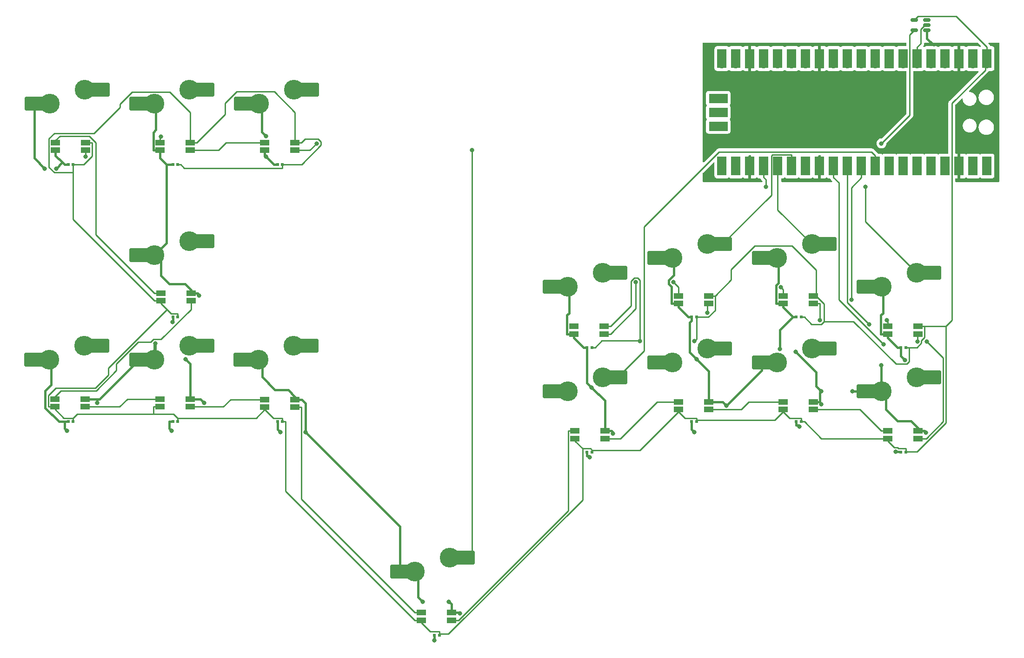
<source format=gbr>
%TF.GenerationSoftware,KiCad,Pcbnew,7.0.5*%
%TF.CreationDate,2023-06-07T11:30:10+08:00*%
%TF.ProjectId,JosEffigy-All-Keyboard-Mixbox,4a6f7345-6666-4696-9779-2d416c6c2d4b,rev?*%
%TF.SameCoordinates,Original*%
%TF.FileFunction,Copper,L2,Bot*%
%TF.FilePolarity,Positive*%
%FSLAX46Y46*%
G04 Gerber Fmt 4.6, Leading zero omitted, Abs format (unit mm)*
G04 Created by KiCad (PCBNEW 7.0.5) date 2023-06-07 11:30:10*
%MOMM*%
%LPD*%
G01*
G04 APERTURE LIST*
G04 Aperture macros list*
%AMRoundRect*
0 Rectangle with rounded corners*
0 $1 Rounding radius*
0 $2 $3 $4 $5 $6 $7 $8 $9 X,Y pos of 4 corners*
0 Add a 4 corners polygon primitive as box body*
4,1,4,$2,$3,$4,$5,$6,$7,$8,$9,$2,$3,0*
0 Add four circle primitives for the rounded corners*
1,1,$1+$1,$2,$3*
1,1,$1+$1,$4,$5*
1,1,$1+$1,$6,$7*
1,1,$1+$1,$8,$9*
0 Add four rect primitives between the rounded corners*
20,1,$1+$1,$2,$3,$4,$5,0*
20,1,$1+$1,$4,$5,$6,$7,0*
20,1,$1+$1,$6,$7,$8,$9,0*
20,1,$1+$1,$8,$9,$2,$3,0*%
G04 Aperture macros list end*
%TA.AperFunction,SMDPad,CuDef*%
%ADD10RoundRect,0.250000X-1.525000X-1.000000X1.525000X-1.000000X1.525000X1.000000X-1.525000X1.000000X0*%
%TD*%
%TA.AperFunction,ComponentPad*%
%ADD11C,3.600000*%
%TD*%
%TA.AperFunction,ComponentPad*%
%ADD12O,1.700000X1.700000*%
%TD*%
%TA.AperFunction,SMDPad,CuDef*%
%ADD13R,1.700000X3.500000*%
%TD*%
%TA.AperFunction,ComponentPad*%
%ADD14R,1.700000X1.700000*%
%TD*%
%TA.AperFunction,SMDPad,CuDef*%
%ADD15R,3.500000X1.700000*%
%TD*%
%TA.AperFunction,SMDPad,CuDef*%
%ADD16R,0.510000X0.600000*%
%TD*%
%TA.AperFunction,SMDPad,CuDef*%
%ADD17R,1.700000X1.000000*%
%TD*%
%TA.AperFunction,SMDPad,CuDef*%
%ADD18RoundRect,0.150000X0.512500X0.150000X-0.512500X0.150000X-0.512500X-0.150000X0.512500X-0.150000X0*%
%TD*%
%TA.AperFunction,ViaPad*%
%ADD19C,0.800000*%
%TD*%
%TA.AperFunction,Conductor*%
%ADD20C,0.254000*%
%TD*%
%TA.AperFunction,Conductor*%
%ADD21C,0.381000*%
%TD*%
G04 APERTURE END LIST*
D10*
%TO.P,MX3,1,COL*%
%TO.N,GND*%
X95756700Y-105415400D03*
D11*
X98531700Y-105415400D03*
%TO.P,MX3,2,ROW*%
%TO.N,RIGHT*%
X104881700Y-102875400D03*
D10*
X107661700Y-102875400D03*
%TD*%
%TO.P,MX6,1,COL*%
%TO.N,GND*%
X76758700Y-58737500D03*
D11*
X79533700Y-58737500D03*
%TO.P,MX6,2,ROW*%
%TO.N,SELECT*%
X85883700Y-56197500D03*
D10*
X88663700Y-56197500D03*
%TD*%
%TO.P,MX1,1,COL*%
%TO.N,GND*%
X57656800Y-105415400D03*
D11*
X60431800Y-105415400D03*
%TO.P,MX1,2,ROW*%
%TO.N,LEFT*%
X66781800Y-102875400D03*
D10*
X69561800Y-102875400D03*
%TD*%
%TO.P,MX16,1,COL*%
%TO.N,GND*%
X209156200Y-92075000D03*
D11*
X211931200Y-92075000D03*
%TO.P,MX16,2,ROW*%
%TO.N,4P*%
X218281200Y-89535000D03*
D10*
X221061200Y-89535000D03*
%TD*%
%TO.P,MX2,1,COL*%
%TO.N,GND*%
X76758800Y-105410000D03*
D11*
X79533800Y-105410000D03*
%TO.P,MX2,2,ROW*%
%TO.N,DOWN*%
X85883800Y-102870000D03*
D10*
X88663800Y-102870000D03*
%TD*%
%TO.P,MX7,1,COL*%
%TO.N,GND*%
X95808700Y-58737500D03*
D11*
X98583700Y-58737500D03*
%TO.P,MX7,2,ROW*%
%TO.N,START*%
X104933700Y-56197500D03*
D10*
X107713700Y-56197500D03*
%TD*%
%TO.P,MX5,1,COL*%
%TO.N,GND*%
X57708700Y-58737500D03*
D11*
X60483700Y-58737500D03*
%TO.P,MX5,2,ROW*%
%TO.N,HOME*%
X66833700Y-56197500D03*
D10*
X69613700Y-56197500D03*
%TD*%
%TO.P,MX4,1,COL*%
%TO.N,GND*%
X76758800Y-86360000D03*
D11*
X79533800Y-86360000D03*
%TO.P,MX4,2,ROW*%
%TO.N,UP*%
X85883800Y-83820000D03*
D10*
X88663800Y-83820000D03*
%TD*%
%TO.P,MX12,1,COL*%
%TO.N,GND*%
X209156200Y-111125000D03*
D11*
X211931200Y-111125000D03*
%TO.P,MX12,2,ROW*%
%TO.N,4K*%
X218281200Y-108585000D03*
D10*
X221061200Y-108585000D03*
%TD*%
%TO.P,MX10,1,COL*%
%TO.N,GND*%
X171056200Y-105886200D03*
D11*
X173831200Y-105886200D03*
%TO.P,MX10,2,ROW*%
%TO.N,2K*%
X180181200Y-103346200D03*
D10*
X182961200Y-103346200D03*
%TD*%
%TO.P,MX8,1,COL*%
%TO.N,GND*%
X124225000Y-143986200D03*
D11*
X127000000Y-143986200D03*
%TO.P,MX8,2,ROW*%
%TO.N,UP*%
X133350000Y-141446200D03*
D10*
X136130000Y-141446200D03*
%TD*%
%TO.P,MX14,1,COL*%
%TO.N,GND*%
X171056200Y-86836200D03*
D11*
X173831200Y-86836200D03*
%TO.P,MX14,2,ROW*%
%TO.N,2P*%
X180181200Y-84296200D03*
D10*
X182961200Y-84296200D03*
%TD*%
%TO.P,MX11,1,COL*%
%TO.N,GND*%
X190106200Y-105886200D03*
D11*
X192881200Y-105886200D03*
%TO.P,MX11,2,ROW*%
%TO.N,3K*%
X199231200Y-103346200D03*
D10*
X202011200Y-103346200D03*
%TD*%
%TO.P,MX13,1,COL*%
%TO.N,GND*%
X152006200Y-92075000D03*
D11*
X154781200Y-92075000D03*
%TO.P,MX13,2,ROW*%
%TO.N,1P*%
X161131200Y-89535000D03*
D10*
X163911200Y-89535000D03*
%TD*%
%TO.P,MX15,1,COL*%
%TO.N,GND*%
X190106200Y-86836200D03*
D11*
X192881200Y-86836200D03*
%TO.P,MX15,2,ROW*%
%TO.N,3P*%
X199231200Y-84296200D03*
D10*
X202011200Y-84296200D03*
%TD*%
%TO.P,MX9,1,COL*%
%TO.N,GND*%
X152006200Y-111125000D03*
D11*
X154781200Y-111125000D03*
%TO.P,MX9,2,ROW*%
%TO.N,1K*%
X161131200Y-108585000D03*
D10*
X163911200Y-108585000D03*
%TD*%
D12*
%TO.P,U1,1,GPIO0*%
%TO.N,unconnected-(U1-GPIO0-Pad1)*%
X231140000Y-69215000D03*
D13*
X231140000Y-70115000D03*
D12*
%TO.P,U1,2,GPIO1*%
%TO.N,unconnected-(U1-GPIO1-Pad2)*%
X228600000Y-69215000D03*
D13*
X228600000Y-70115000D03*
D14*
%TO.P,U1,3,GND*%
%TO.N,GND*%
X226060000Y-69215000D03*
D13*
X226060000Y-70115000D03*
D12*
%TO.P,U1,4,GPIO2*%
%TO.N,UP*%
X223520000Y-69215000D03*
D13*
X223520000Y-70115000D03*
D12*
%TO.P,U1,5,GPIO3*%
%TO.N,DOWN*%
X220980000Y-69215000D03*
D13*
X220980000Y-70115000D03*
D12*
%TO.P,U1,6,GPIO4*%
%TO.N,RIGHT*%
X218440000Y-69215000D03*
D13*
X218440000Y-70115000D03*
D12*
%TO.P,U1,7,GPIO5*%
%TO.N,LEFT*%
X215900000Y-69215000D03*
D13*
X215900000Y-70115000D03*
D14*
%TO.P,U1,8,GND*%
%TO.N,unconnected-(U1-GND-Pad8)*%
X213360000Y-69215000D03*
D13*
X213360000Y-70115000D03*
D12*
%TO.P,U1,9,GPIO6*%
%TO.N,1K*%
X210820000Y-69215000D03*
D13*
X210820000Y-70115000D03*
D12*
%TO.P,U1,10,GPIO7*%
%TO.N,2K*%
X208280000Y-69215000D03*
D13*
X208280000Y-70115000D03*
D12*
%TO.P,U1,11,GPIO8*%
%TO.N,3K*%
X205740000Y-69215000D03*
D13*
X205740000Y-70115000D03*
D12*
%TO.P,U1,12,GPIO9*%
%TO.N,4K*%
X203200000Y-69215000D03*
D13*
X203200000Y-70115000D03*
D14*
%TO.P,U1,13,GND*%
%TO.N,GND*%
X200660000Y-69215000D03*
D13*
X200660000Y-70115000D03*
D12*
%TO.P,U1,14,GPIO10*%
%TO.N,1P*%
X198120000Y-69215000D03*
D13*
X198120000Y-70115000D03*
D12*
%TO.P,U1,15,GPIO11*%
%TO.N,2P*%
X195580000Y-69215000D03*
D13*
X195580000Y-70115000D03*
D12*
%TO.P,U1,16,GPIO12*%
%TO.N,3P*%
X193040000Y-69215000D03*
D13*
X193040000Y-70115000D03*
D12*
%TO.P,U1,17,GPIO13*%
%TO.N,4P*%
X190500000Y-69215000D03*
D13*
X190500000Y-70115000D03*
D14*
%TO.P,U1,18,GND*%
%TO.N,GND*%
X187960000Y-69215000D03*
D13*
X187960000Y-70115000D03*
D12*
%TO.P,U1,19,GPIO14*%
%TO.N,unconnected-(U1-GPIO14-Pad19)*%
X185420000Y-69215000D03*
D13*
X185420000Y-70115000D03*
D12*
%TO.P,U1,20,GPIO15*%
%TO.N,unconnected-(U1-GPIO15-Pad20)*%
X182880000Y-69215000D03*
D13*
X182880000Y-70115000D03*
D12*
%TO.P,U1,21,GPIO16*%
%TO.N,SELECT*%
X182880000Y-51435000D03*
D13*
X182880000Y-50535000D03*
D12*
%TO.P,U1,22,GPIO17*%
%TO.N,START*%
X185420000Y-51435000D03*
D13*
X185420000Y-50535000D03*
D14*
%TO.P,U1,23,GND*%
%TO.N,GND*%
X187960000Y-51435000D03*
D13*
X187960000Y-50535000D03*
D12*
%TO.P,U1,24,GPIO18*%
%TO.N,unconnected-(U1-GPIO18-Pad24)*%
X190500000Y-51435000D03*
D13*
X190500000Y-50535000D03*
D12*
%TO.P,U1,25,GPIO19*%
%TO.N,unconnected-(U1-GPIO19-Pad25)*%
X193040000Y-51435000D03*
D13*
X193040000Y-50535000D03*
D12*
%TO.P,U1,26,GPIO20*%
%TO.N,HOME*%
X195580000Y-51435000D03*
D13*
X195580000Y-50535000D03*
D12*
%TO.P,U1,27,GPIO21*%
%TO.N,unconnected-(U1-GPIO21-Pad27)*%
X198120000Y-51435000D03*
D13*
X198120000Y-50535000D03*
D14*
%TO.P,U1,28,GND*%
%TO.N,GND*%
X200660000Y-51435000D03*
D13*
X200660000Y-50535000D03*
D12*
%TO.P,U1,29,GPIO22*%
%TO.N,unconnected-(U1-GPIO22-Pad29)*%
X203200000Y-51435000D03*
D13*
X203200000Y-50535000D03*
D12*
%TO.P,U1,30,RUN*%
%TO.N,unconnected-(U1-RUN-Pad30)*%
X205740000Y-51435000D03*
D13*
X205740000Y-50535000D03*
D12*
%TO.P,U1,31,GPIO26_ADC0*%
%TO.N,unconnected-(U1-GPIO26_ADC0-Pad31)*%
X208280000Y-51435000D03*
D13*
X208280000Y-50535000D03*
D12*
%TO.P,U1,32,GPIO27_ADC1*%
%TO.N,unconnected-(U1-GPIO27_ADC1-Pad32)*%
X210820000Y-51435000D03*
D13*
X210820000Y-50535000D03*
D14*
%TO.P,U1,33,AGND*%
%TO.N,unconnected-(U1-AGND-Pad33)*%
X213360000Y-51435000D03*
D13*
X213360000Y-50535000D03*
D12*
%TO.P,U1,34,GPIO28_ADC2*%
%TO.N,unconnected-(U1-GPIO28_ADC2-Pad34)*%
X215900000Y-51435000D03*
D13*
X215900000Y-50535000D03*
D12*
%TO.P,U1,35,ADC_VREF*%
%TO.N,RGB0*%
X218440000Y-51435000D03*
D13*
X218440000Y-50535000D03*
D12*
%TO.P,U1,36,3V3*%
%TO.N,unconnected-(U1-3V3-Pad36)*%
X220980000Y-51435000D03*
D13*
X220980000Y-50535000D03*
D12*
%TO.P,U1,37,3V3_EN*%
%TO.N,unconnected-(U1-3V3_EN-Pad37)*%
X223520000Y-51435000D03*
D13*
X223520000Y-50535000D03*
D14*
%TO.P,U1,38,GND*%
%TO.N,GND*%
X226060000Y-51435000D03*
D13*
X226060000Y-50535000D03*
D12*
%TO.P,U1,39,VSYS*%
%TO.N,unconnected-(U1-VSYS-Pad39)*%
X228600000Y-51435000D03*
D13*
X228600000Y-50535000D03*
D12*
%TO.P,U1,40,VBUS*%
%TO.N,VCC*%
X231140000Y-51435000D03*
D13*
X231140000Y-50535000D03*
D12*
%TO.P,U1,41,SWCLK*%
%TO.N,unconnected-(U1-SWCLK-Pad41)*%
X183110000Y-62865000D03*
D15*
X182210000Y-62865000D03*
D14*
%TO.P,U1,42,GND*%
%TO.N,unconnected-(U1-GND-Pad42)*%
X183110000Y-60325000D03*
D15*
X182210000Y-60325000D03*
D12*
%TO.P,U1,43,SWDIO*%
%TO.N,unconnected-(U1-SWDIO-Pad43)*%
X183110000Y-57785000D03*
D15*
X182210000Y-57785000D03*
%TD*%
D16*
%TO.P,C13,1*%
%TO.N,VCC*%
X159195000Y-103187500D03*
%TO.P,C13,2*%
%TO.N,GND*%
X158305000Y-103187500D03*
%TD*%
%TO.P,C11,1*%
%TO.N,VCC*%
X197295000Y-116681200D03*
%TO.P,C11,2*%
%TO.N,GND*%
X196405000Y-116681200D03*
%TD*%
D17*
%TO.P,D12,1,DOUT*%
%TO.N,Net-(D12-DOUT)*%
X218549900Y-119764000D03*
%TO.P,D12,2,VSS*%
%TO.N,GND*%
X218549900Y-118364000D03*
%TO.P,D12,3,DIN*%
%TO.N,Net-(D11-DOUT)*%
X213049900Y-118364000D03*
%TO.P,D12,4,VDD*%
%TO.N,VCC*%
X213049900Y-119764000D03*
%TD*%
%TO.P,D7,1,DOUT*%
%TO.N,Net-(D6-DIN)*%
X99643800Y-65848000D03*
%TO.P,D7,2,VSS*%
%TO.N,GND*%
X99643800Y-67248000D03*
%TO.P,D7,3,DIN*%
%TO.N,Net-(D7-DIN)*%
X105143800Y-67248000D03*
%TO.P,D7,4,VDD*%
%TO.N,VCC*%
X105143800Y-65848000D03*
%TD*%
D16*
%TO.P,C9,1*%
%TO.N,VCC*%
X159195000Y-122237500D03*
%TO.P,C9,2*%
%TO.N,GND*%
X158305000Y-122237500D03*
%TD*%
D17*
%TO.P,D6,1,DOUT*%
%TO.N,Net-(D5-DIN)*%
X80593800Y-65848000D03*
%TO.P,D6,2,VSS*%
%TO.N,GND*%
X80593800Y-67248000D03*
%TO.P,D6,3,DIN*%
%TO.N,Net-(D6-DIN)*%
X86093800Y-67248000D03*
%TO.P,D6,4,VDD*%
%TO.N,VCC*%
X86093800Y-65848000D03*
%TD*%
%TO.P,D5,1,DOUT*%
%TO.N,Net-(D4-DIN)*%
X61543800Y-65848000D03*
%TO.P,D5,2,VSS*%
%TO.N,GND*%
X61543800Y-67248000D03*
%TO.P,D5,3,DIN*%
%TO.N,Net-(D5-DIN)*%
X67043800Y-67248000D03*
%TO.P,D5,4,VDD*%
%TO.N,VCC*%
X67043800Y-65848000D03*
%TD*%
D16*
%TO.P,C4,1*%
%TO.N,VCC*%
X64738800Y-116681200D03*
%TO.P,C4,2*%
%TO.N,GND*%
X63848800Y-116681200D03*
%TD*%
D17*
%TO.P,D9,1,DOUT*%
%TO.N,Net-(D10-DIN)*%
X161562400Y-119764000D03*
%TO.P,D9,2,VSS*%
%TO.N,GND*%
X161562400Y-118364000D03*
%TO.P,D9,3,DIN*%
%TO.N,Net-(D8-DOUT)*%
X156062400Y-118364000D03*
%TO.P,D9,4,VDD*%
%TO.N,VCC*%
X156062400Y-119764000D03*
%TD*%
D16*
%TO.P,C14,1*%
%TO.N,VCC*%
X178245000Y-97631200D03*
%TO.P,C14,2*%
%TO.N,GND*%
X177355000Y-97631200D03*
%TD*%
%TO.P,C5,1*%
%TO.N,VCC*%
X83788800Y-116681200D03*
%TO.P,C5,2*%
%TO.N,GND*%
X82898800Y-116681200D03*
%TD*%
D17*
%TO.P,D13,1,DOUT*%
%TO.N,unconnected-(D13-DOUT-Pad1)*%
X155899900Y-99314000D03*
%TO.P,D13,2,VSS*%
%TO.N,GND*%
X155899900Y-100714000D03*
%TO.P,D13,3,DIN*%
%TO.N,Net-(D13-DIN)*%
X161399900Y-100714000D03*
%TO.P,D13,4,VDD*%
%TO.N,VCC*%
X161399900Y-99314000D03*
%TD*%
D16*
%TO.P,C12,1*%
%TO.N,VCC*%
X216345000Y-122237500D03*
%TO.P,C12,2*%
%TO.N,GND*%
X215455000Y-122237500D03*
%TD*%
D17*
%TO.P,D11,1,DOUT*%
%TO.N,Net-(D11-DOUT)*%
X199499900Y-114492000D03*
%TO.P,D11,2,VSS*%
%TO.N,GND*%
X199499900Y-113092000D03*
%TO.P,D11,3,DIN*%
%TO.N,Net-(D10-DOUT)*%
X193999900Y-113092000D03*
%TO.P,D11,4,VDD*%
%TO.N,VCC*%
X193999900Y-114492000D03*
%TD*%
%TO.P,D10,1,DOUT*%
%TO.N,Net-(D10-DOUT)*%
X180449900Y-114492000D03*
%TO.P,D10,2,VSS*%
%TO.N,GND*%
X180449900Y-113092000D03*
%TO.P,D10,3,DIN*%
%TO.N,Net-(D10-DIN)*%
X174949900Y-113092000D03*
%TO.P,D10,4,VDD*%
%TO.N,VCC*%
X174949900Y-114492000D03*
%TD*%
%TO.P,D16,1,DOUT*%
%TO.N,Net-(D15-DIN)*%
X213049900Y-99314000D03*
%TO.P,D16,2,VSS*%
%TO.N,GND*%
X213049900Y-100714000D03*
%TO.P,D16,3,DIN*%
%TO.N,Net-(D12-DOUT)*%
X218549900Y-100714000D03*
%TO.P,D16,4,VDD*%
%TO.N,VCC*%
X218549900Y-99314000D03*
%TD*%
%TO.P,D8,1,DOUT*%
%TO.N,Net-(D8-DOUT)*%
X133635700Y-152863400D03*
%TO.P,D8,2,VSS*%
%TO.N,GND*%
X133635700Y-151463400D03*
%TO.P,D8,3,DIN*%
%TO.N,Net-(D3-DOUT)*%
X128135700Y-151463400D03*
%TO.P,D8,4,VDD*%
%TO.N,VCC*%
X128135700Y-152863400D03*
%TD*%
D16*
%TO.P,C3,1*%
%TO.N,VCC*%
X64738800Y-69850000D03*
%TO.P,C3,2*%
%TO.N,GND*%
X63848800Y-69850000D03*
%TD*%
%TO.P,C7,1*%
%TO.N,VCC*%
X131413800Y-155575000D03*
%TO.P,C7,2*%
%TO.N,GND*%
X130523800Y-155575000D03*
%TD*%
D17*
%TO.P,D4,1,DOUT*%
%TO.N,Net-(D1-DIN)*%
X86214800Y-94665700D03*
%TO.P,D4,2,VSS*%
%TO.N,GND*%
X86214800Y-93265700D03*
%TO.P,D4,3,DIN*%
%TO.N,Net-(D4-DIN)*%
X80714800Y-93265700D03*
%TO.P,D4,4,VDD*%
%TO.N,VCC*%
X80714800Y-94665700D03*
%TD*%
%TO.P,D3,1,DOUT*%
%TO.N,Net-(D3-DOUT)*%
X105143800Y-114065000D03*
%TO.P,D3,2,VSS*%
%TO.N,GND*%
X105143800Y-112665000D03*
%TO.P,D3,3,DIN*%
%TO.N,Net-(D2-DOUT)*%
X99643800Y-112665000D03*
%TO.P,D3,4,VDD*%
%TO.N,VCC*%
X99643800Y-114065000D03*
%TD*%
%TO.P,D15,1,DOUT*%
%TO.N,Net-(D14-DIN)*%
X193999900Y-93788000D03*
%TO.P,D15,2,VSS*%
%TO.N,GND*%
X193999900Y-95188000D03*
%TO.P,D15,3,DIN*%
%TO.N,Net-(D15-DIN)*%
X199499900Y-95188000D03*
%TO.P,D15,4,VDD*%
%TO.N,VCC*%
X199499900Y-93788000D03*
%TD*%
%TO.P,D1,1,DOUT*%
%TO.N,Net-(D1-DOUT)*%
X66910800Y-113969800D03*
%TO.P,D1,2,VSS*%
%TO.N,GND*%
X66910800Y-112569800D03*
%TO.P,D1,3,DIN*%
%TO.N,Net-(D1-DIN)*%
X61410800Y-112569800D03*
%TO.P,D1,4,VDD*%
%TO.N,VCC*%
X61410800Y-113969800D03*
%TD*%
D16*
%TO.P,C6,1*%
%TO.N,VCC*%
X102838800Y-116681200D03*
%TO.P,C6,2*%
%TO.N,GND*%
X101948800Y-116681200D03*
%TD*%
%TO.P,C2,1*%
%TO.N,VCC*%
X83788800Y-69850000D03*
%TO.P,C2,2*%
%TO.N,GND*%
X82898800Y-69850000D03*
%TD*%
D17*
%TO.P,D14,1,DOUT*%
%TO.N,Net-(D13-DIN)*%
X174949900Y-93788000D03*
%TO.P,D14,2,VSS*%
%TO.N,GND*%
X174949900Y-95188000D03*
%TO.P,D14,3,DIN*%
%TO.N,Net-(D14-DIN)*%
X180449900Y-95188000D03*
%TO.P,D14,4,VDD*%
%TO.N,VCC*%
X180449900Y-93788000D03*
%TD*%
D16*
%TO.P,C10,1*%
%TO.N,VCC*%
X178245000Y-116681200D03*
%TO.P,C10,2*%
%TO.N,GND*%
X177355000Y-116681200D03*
%TD*%
D18*
%TO.P,U2,1,NC*%
%TO.N,unconnected-(U2-NC-Pad1)*%
X220212500Y-43500000D03*
%TO.P,U2,2,A*%
%TO.N,RGB0*%
X220212500Y-44450000D03*
%TO.P,U2,3,GND*%
%TO.N,GND*%
X220212500Y-45400000D03*
%TO.P,U2,4,Y*%
%TO.N,Net-(D7-DIN)*%
X217937500Y-45400000D03*
%TO.P,U2,5,VCC*%
%TO.N,VCC*%
X217937500Y-43500000D03*
%TD*%
D17*
%TO.P,D2,1,DOUT*%
%TO.N,Net-(D2-DOUT)*%
X86093800Y-113969800D03*
%TO.P,D2,2,VSS*%
%TO.N,GND*%
X86093800Y-112569800D03*
%TO.P,D2,3,DIN*%
%TO.N,Net-(D1-DOUT)*%
X80593800Y-112569800D03*
%TO.P,D2,4,VDD*%
%TO.N,VCC*%
X80593800Y-113969800D03*
%TD*%
D16*
%TO.P,C1,1*%
%TO.N,VCC*%
X102838800Y-69850000D03*
%TO.P,C1,2*%
%TO.N,GND*%
X101948800Y-69850000D03*
%TD*%
%TO.P,C15,1*%
%TO.N,VCC*%
X197295000Y-97631200D03*
%TO.P,C15,2*%
%TO.N,GND*%
X196405000Y-97631200D03*
%TD*%
%TO.P,C8,1*%
%TO.N,VCC*%
X83788800Y-97631200D03*
%TO.P,C8,2*%
%TO.N,GND*%
X82898800Y-97631200D03*
%TD*%
%TO.P,C16,1*%
%TO.N,VCC*%
X216345000Y-103187500D03*
%TO.P,C16,2*%
%TO.N,GND*%
X215455000Y-103187500D03*
%TD*%
D19*
%TO.N,UP*%
X137378000Y-67254600D03*
%TO.N,2K*%
X206435200Y-94443400D03*
%TO.N,3K*%
X209663800Y-98965700D03*
%TO.N,4K*%
X212276500Y-102609100D03*
%TO.N,4P*%
X190887300Y-73910200D03*
X208975300Y-73910200D03*
%TO.N,GND*%
X200962500Y-111188100D03*
X159175600Y-110504700D03*
X99857700Y-64694800D03*
X178247100Y-105285300D03*
X85258100Y-105307600D03*
X61643800Y-70561000D03*
X130523800Y-156501300D03*
X59593900Y-70561000D03*
X193422700Y-103416700D03*
X196304300Y-104003500D03*
X128369100Y-149470600D03*
X163057100Y-118859700D03*
X82664500Y-118325800D03*
X200996000Y-113537000D03*
X102519300Y-118648600D03*
X158775600Y-123141200D03*
X214549400Y-122136500D03*
X87690900Y-93694500D03*
X177890400Y-118648600D03*
X211910600Y-106384600D03*
X88645400Y-113240700D03*
X99857700Y-68399700D03*
X196941800Y-117591200D03*
X183682000Y-113753900D03*
X63614500Y-118325800D03*
X82827300Y-98558100D03*
X79687700Y-102446700D03*
X206663200Y-111188100D03*
X107052100Y-118648600D03*
X135145300Y-151587300D03*
X220045900Y-118734700D03*
X216210200Y-105453800D03*
X69112900Y-113240700D03*
X133131100Y-149470600D03*
%TO.N,VCC*%
X177828400Y-102050200D03*
X167945200Y-102050200D03*
%TO.N,Net-(D12-DOUT)*%
X218455300Y-102072800D03*
X220217800Y-102072800D03*
%TO.N,Net-(D5-DIN)*%
X80705300Y-64721200D03*
X67043800Y-68423000D03*
%TO.N,Net-(D7-DIN)*%
X211910600Y-66001600D03*
X109103200Y-66001600D03*
%TO.N,Net-(D13-DIN)*%
X174010500Y-91250600D03*
X167210100Y-91250600D03*
%TO.N,Net-(D14-DIN)*%
X193561300Y-92153200D03*
X180187500Y-96835100D03*
%TO.N,Net-(D15-DIN)*%
X200684200Y-98193000D03*
X212859100Y-98193000D03*
%TD*%
D20*
%TO.N,LEFT*%
X69561800Y-102875400D02*
X66781800Y-102875400D01*
%TO.N,DOWN*%
X88663800Y-102870000D02*
X85883800Y-102870000D01*
%TO.N,RIGHT*%
X107661700Y-102875400D02*
X104881700Y-102875400D01*
%TO.N,UP*%
X136130000Y-141446200D02*
X137378000Y-140198200D01*
X133350000Y-141446200D02*
X136130000Y-141446200D01*
X137378000Y-140198200D02*
X137378000Y-67254600D01*
X88663800Y-83820000D02*
X85883800Y-83820000D01*
%TO.N,HOME*%
X69613700Y-56197500D02*
X66833700Y-56197500D01*
%TO.N,SELECT*%
X88663700Y-56197500D02*
X85883700Y-56197500D01*
%TO.N,START*%
X107713700Y-56197500D02*
X104933700Y-56197500D01*
%TO.N,1K*%
X168682700Y-103813500D02*
X168682700Y-81216000D01*
X210132000Y-67536900D02*
X210820000Y-68224900D01*
X168682700Y-81216000D02*
X182361800Y-67536900D01*
X210820000Y-69215000D02*
X210820000Y-68224900D01*
X163911200Y-108585000D02*
X161131200Y-108585000D01*
X182361800Y-67536900D02*
X210132000Y-67536900D01*
X163911200Y-108585000D02*
X168682700Y-103813500D01*
%TO.N,2K*%
X206435200Y-74038700D02*
X206435200Y-94443400D01*
X182961200Y-103346200D02*
X180181200Y-103346200D01*
X208280000Y-69215000D02*
X208280000Y-72193900D01*
X208280000Y-72193900D02*
X206435200Y-74038700D01*
%TO.N,3K*%
X202011200Y-103346200D02*
X199231200Y-103346200D01*
X205740000Y-69215000D02*
X205740000Y-72193900D01*
X205668700Y-72265200D02*
X205740000Y-72193900D01*
X205668700Y-94970600D02*
X205668700Y-72265200D01*
X209663800Y-98965700D02*
X205668700Y-94970600D01*
%TO.N,4K*%
X204163400Y-73157300D02*
X204163400Y-94496000D01*
X203200000Y-69215000D02*
X203200000Y-72193900D01*
X203200000Y-72193900D02*
X204163400Y-73157300D01*
X221061200Y-108585000D02*
X218281200Y-108585000D01*
X204163400Y-94496000D02*
X212276500Y-102609100D01*
%TO.N,1P*%
X163911200Y-89535000D02*
X161131200Y-89535000D01*
%TO.N,2P*%
X191861100Y-75396300D02*
X191861100Y-68228800D01*
X195580000Y-69215000D02*
X195580000Y-68036100D01*
X182961200Y-84296200D02*
X180181200Y-84296200D01*
X191861100Y-68228800D02*
X192053800Y-68036100D01*
X182961200Y-84296200D02*
X191861100Y-75396300D01*
X192053800Y-68036100D02*
X195580000Y-68036100D01*
%TO.N,3P*%
X193040000Y-69215000D02*
X193040000Y-78105000D01*
X202011200Y-84296200D02*
X199231200Y-84296200D01*
X193040000Y-78105000D02*
X199231200Y-84296200D01*
%TO.N,4P*%
X218281200Y-89535000D02*
X208975300Y-80229100D01*
X208975300Y-80229100D02*
X208975300Y-73910200D01*
X190500000Y-72193900D02*
X190887300Y-72581200D01*
X190500000Y-69215000D02*
X190500000Y-72193900D01*
X190887300Y-72581200D02*
X190887300Y-73910200D01*
X221061200Y-89535000D02*
X218281200Y-89535000D01*
D21*
%TO.N,GND*%
X127532800Y-148634300D02*
X127532800Y-144519000D01*
X177355000Y-97631200D02*
X177355000Y-98323600D01*
X63201400Y-116681200D02*
X63201400Y-117912700D01*
X193177800Y-87132800D02*
X193177800Y-91416200D01*
X214807600Y-103187500D02*
X213049900Y-101429800D01*
X173218100Y-90922500D02*
X173218100Y-91578700D01*
X193177800Y-91416200D02*
X192757500Y-91836500D01*
X57681300Y-58764900D02*
X57708700Y-58737500D01*
X79687700Y-104934000D02*
X79687700Y-102446700D01*
X76758800Y-105410000D02*
X77123300Y-105045500D01*
X62778100Y-69426700D02*
X61643800Y-70561000D01*
X173831200Y-86836200D02*
X174120100Y-87125100D01*
X176707600Y-97631200D02*
X174949900Y-95873500D01*
X209156200Y-92075000D02*
X211931200Y-92075000D01*
X180449900Y-113092000D02*
X180449900Y-107488100D01*
X190106200Y-105886200D02*
X192881200Y-105886200D01*
X99191500Y-108569400D02*
X101518300Y-110896200D01*
X192757500Y-91836500D02*
X192757500Y-95188000D01*
X60728400Y-109965700D02*
X60728400Y-105712000D01*
X63848800Y-116681200D02*
X63201400Y-116681200D01*
X177355000Y-97631200D02*
X176707600Y-97631200D01*
X66910800Y-112569800D02*
X69112900Y-112569800D01*
X211931200Y-111125000D02*
X212692800Y-111886600D01*
X82898800Y-69850000D02*
X82251400Y-69850000D01*
X158305000Y-103187500D02*
X157657600Y-103187500D01*
X220212500Y-46859900D02*
X220212500Y-45400000D01*
X161562400Y-118364000D02*
X161562400Y-112891500D01*
X80593800Y-67248000D02*
X79351400Y-67248000D01*
X180449900Y-113092000D02*
X183020100Y-113092000D01*
X79830300Y-59034100D02*
X79533700Y-58737500D01*
X192881200Y-86836200D02*
X193177800Y-87132800D01*
X215354000Y-122136500D02*
X215455000Y-122237500D01*
X213049900Y-101429800D02*
X213049900Y-100714000D01*
X161562400Y-112891500D02*
X159175600Y-110504700D01*
X80593800Y-68671300D02*
X81772500Y-69850000D01*
X99086400Y-59240200D02*
X99086400Y-63923500D01*
X59661700Y-111032400D02*
X60728400Y-109965700D01*
X206726300Y-111125000D02*
X209156200Y-111125000D01*
X98583700Y-58737500D02*
X99086400Y-59240200D01*
X57681300Y-68648400D02*
X57681300Y-58764900D01*
X133635700Y-149975200D02*
X133635700Y-151463400D01*
X63201400Y-69850000D02*
X62778100Y-69426700D01*
X86093800Y-106143300D02*
X85258100Y-105307600D01*
X190106200Y-107329700D02*
X190106200Y-105886200D01*
X124225000Y-135821500D02*
X107052100Y-118648600D01*
X196405000Y-116681200D02*
X196405000Y-117373600D01*
X101518300Y-110896200D02*
X103904300Y-110896200D01*
X69112900Y-112569800D02*
X69112900Y-113240700D01*
X105143800Y-112135700D02*
X105143800Y-112665000D01*
X95756700Y-105415400D02*
X98531700Y-105415400D01*
X82251400Y-116681200D02*
X82251400Y-117912700D01*
X101948800Y-118078100D02*
X102519300Y-118648600D01*
X180449900Y-107488100D02*
X178247100Y-105285300D01*
X82898800Y-98486600D02*
X82898800Y-97631200D01*
X101948800Y-69850000D02*
X101301400Y-69850000D01*
X212692800Y-114422600D02*
X214867500Y-116597300D01*
X177036000Y-98642600D02*
X177036000Y-104074200D01*
X159175600Y-110504700D02*
X158305000Y-109634100D01*
X173707500Y-92068000D02*
X173707500Y-95188000D01*
X79533800Y-105410000D02*
X79533800Y-102600600D01*
X215455000Y-103187500D02*
X215455000Y-104698600D01*
X99086400Y-63923500D02*
X99857700Y-64694800D01*
X86093800Y-112569800D02*
X87974500Y-112569800D01*
X82251400Y-69850000D02*
X81772500Y-69850000D01*
X211807500Y-97314500D02*
X212227800Y-96894200D01*
X217311600Y-116597300D02*
X218549900Y-117835600D01*
X63201400Y-116681200D02*
X62163900Y-116681200D01*
X79533800Y-102600600D02*
X79687700Y-102446700D01*
X59593900Y-70561000D02*
X57681300Y-68648400D01*
X127000000Y-143986200D02*
X124225000Y-143986200D01*
X174120100Y-87125100D02*
X174120100Y-90020500D01*
X152006200Y-92075000D02*
X154781200Y-92075000D01*
X105143800Y-112665000D02*
X106386200Y-112665000D01*
X162804800Y-118364000D02*
X163057100Y-118616300D01*
X82251400Y-117912700D02*
X82664500Y-118325800D01*
X135021400Y-151463400D02*
X135145300Y-151587300D01*
X173707400Y-92068000D02*
X173707500Y-92068000D01*
X87457200Y-93265700D02*
X87457200Y-93460800D01*
X157657600Y-103187500D02*
X155899900Y-101429800D01*
X215455000Y-103187500D02*
X214807600Y-103187500D01*
X173218100Y-91578700D02*
X173707400Y-92068000D01*
X193422700Y-99966100D02*
X193422700Y-103416700D01*
X177036000Y-104074200D02*
X178247100Y-105285300D01*
X76758700Y-58737500D02*
X79533700Y-58737500D01*
X158305000Y-109634100D02*
X158305000Y-103187500D01*
X63848800Y-69850000D02*
X63201400Y-69850000D01*
X155077800Y-96894200D02*
X155077800Y-92371600D01*
X80593800Y-67248000D02*
X80593800Y-68671300D01*
X214549400Y-122136500D02*
X215354000Y-122136500D01*
X85098100Y-91591500D02*
X86214800Y-92708200D01*
X99857700Y-68406300D02*
X99857700Y-68399700D01*
X161562400Y-118364000D02*
X162804800Y-118364000D01*
X57656800Y-105415400D02*
X60431800Y-105415400D01*
X99643800Y-68185800D02*
X99643800Y-67248000D01*
X183020100Y-113092000D02*
X183682000Y-113753900D01*
X158564300Y-122929900D02*
X158775600Y-123141200D01*
X79351400Y-67248000D02*
X79351400Y-63964100D01*
X87457200Y-93460800D02*
X87690900Y-93694500D01*
X218549900Y-117835600D02*
X218549900Y-118364000D01*
X155899900Y-101429800D02*
X155899900Y-100714000D01*
X99191500Y-106075200D02*
X99191500Y-108569400D01*
X219792300Y-118481100D02*
X220045900Y-118734700D01*
X99857700Y-68399700D02*
X99643800Y-68185800D01*
X95808700Y-58737500D02*
X98583700Y-58737500D01*
X63201400Y-117912700D02*
X63614500Y-118325800D01*
X86093800Y-112569800D02*
X86093800Y-106143300D01*
X196724200Y-117373600D02*
X196941800Y-117591200D01*
X177355000Y-118113200D02*
X177890400Y-118648600D01*
X86214800Y-93265700D02*
X87457200Y-93265700D01*
X195757600Y-97631200D02*
X193422700Y-99966100D01*
X62778100Y-69426700D02*
X61543800Y-68192400D01*
X81772500Y-84121300D02*
X79533800Y-86360000D01*
X195757600Y-97631200D02*
X193999900Y-95873500D01*
X199499900Y-113092000D02*
X200742300Y-113092000D01*
X57708700Y-58737500D02*
X60483700Y-58737500D01*
X200962500Y-111188100D02*
X200026700Y-110252300D01*
X62163900Y-116681200D02*
X59661700Y-114179000D01*
X79533800Y-86360000D02*
X80697900Y-87524100D01*
X209156200Y-111125000D02*
X211910600Y-111125000D01*
X101301400Y-69850000D02*
X99857700Y-68406300D01*
X86214800Y-92708200D02*
X86214800Y-93265700D01*
X61543800Y-68192400D02*
X61543800Y-67248000D01*
X154657500Y-97314500D02*
X155077800Y-96894200D01*
X200742300Y-113092000D02*
X200742300Y-111408300D01*
X79351400Y-63964100D02*
X79830300Y-63485200D01*
X200742300Y-113092000D02*
X200996000Y-113345700D01*
X215455000Y-104698600D02*
X216210200Y-105453800D01*
X211807500Y-100714000D02*
X211807500Y-97314500D01*
X211910600Y-111125000D02*
X211910600Y-106384600D01*
X127532800Y-144519000D02*
X127000000Y-143986200D01*
X214867500Y-116597300D02*
X217311600Y-116597300D01*
X77123300Y-105045500D02*
X79576200Y-105045500D01*
X107052100Y-118648600D02*
X107052100Y-113330900D01*
X103904300Y-110896200D02*
X105143800Y-112135700D01*
X200996000Y-113345700D02*
X200996000Y-113537000D01*
X76758800Y-86360000D02*
X79533800Y-86360000D01*
X79576200Y-105045500D02*
X79687700Y-104934000D01*
X130523800Y-155575000D02*
X130523800Y-156501300D01*
X59661700Y-114179000D02*
X59661700Y-111032400D01*
X124225000Y-143986200D02*
X124225000Y-135821500D01*
X174949900Y-95188000D02*
X173707500Y-95188000D01*
X212692800Y-111886600D02*
X212692800Y-114422600D01*
X155899900Y-100714000D02*
X154657500Y-100714000D01*
X200742300Y-111408300D02*
X200962500Y-111188100D01*
X211910600Y-111125000D02*
X211931200Y-111125000D01*
X212227800Y-92371600D02*
X211931200Y-92075000D01*
X158305000Y-122237500D02*
X158305000Y-122929900D01*
X152006200Y-111125000D02*
X154781200Y-111125000D01*
X171056200Y-105886200D02*
X173831200Y-105886200D01*
X174120100Y-90020500D02*
X173218100Y-90922500D01*
X82250100Y-91591500D02*
X85098100Y-91591500D01*
X183682000Y-113753900D02*
X190106200Y-107329700D01*
X196405000Y-117373600D02*
X196724200Y-117373600D01*
X218549900Y-118364000D02*
X219792300Y-118364000D01*
X82827300Y-98558100D02*
X82898800Y-98486600D01*
X133635700Y-151463400D02*
X135021400Y-151463400D01*
X81772500Y-69850000D02*
X81772500Y-84121300D01*
X101948800Y-116681200D02*
X101948800Y-118078100D01*
X171056200Y-86836200D02*
X173831200Y-86836200D01*
X60728400Y-105712000D02*
X60431800Y-105415400D01*
X158305000Y-122929900D02*
X158564300Y-122929900D01*
X193999900Y-95873500D02*
X193999900Y-95188000D01*
X128369100Y-149470600D02*
X127532800Y-148634300D01*
X69599000Y-112569800D02*
X76758800Y-105410000D01*
X177355000Y-116681200D02*
X177355000Y-118113200D01*
X196405000Y-97631200D02*
X195757600Y-97631200D01*
X212227800Y-96894200D02*
X212227800Y-92371600D01*
X221457500Y-48104900D02*
X220212500Y-46859900D01*
X200026700Y-107725900D02*
X196304300Y-104003500D01*
X163057100Y-118616300D02*
X163057100Y-118859700D01*
X87974500Y-112569800D02*
X88645400Y-113240700D01*
X82898800Y-116681200D02*
X82251400Y-116681200D01*
X79830300Y-63485200D02*
X79830300Y-59034100D01*
X107052100Y-113330900D02*
X106386200Y-112665000D01*
X200026700Y-110252300D02*
X200026700Y-107725900D01*
X174949900Y-95873500D02*
X174949900Y-95188000D01*
X80697900Y-87524100D02*
X80697900Y-90039300D01*
X177355000Y-98323600D02*
X177036000Y-98642600D01*
X133131100Y-149470600D02*
X133635700Y-149975200D01*
X193999900Y-95188000D02*
X192757500Y-95188000D01*
X206663200Y-111188100D02*
X206726300Y-111125000D01*
X69112900Y-112569800D02*
X69599000Y-112569800D01*
X219792300Y-118364000D02*
X219792300Y-118481100D01*
X213049900Y-100714000D02*
X211807500Y-100714000D01*
X154657500Y-100714000D02*
X154657500Y-97314500D01*
X98531700Y-105415400D02*
X99191500Y-106075200D01*
X80697900Y-90039300D02*
X82250100Y-91591500D01*
X190106200Y-86836200D02*
X192881200Y-86836200D01*
X155077800Y-92371600D02*
X154781200Y-92075000D01*
D20*
%TO.N,Net-(D1-DOUT)*%
X80593800Y-112569800D02*
X74604700Y-112569800D01*
X73204700Y-113969800D02*
X66910800Y-113969800D01*
X74604700Y-112569800D02*
X73204700Y-113969800D01*
%TO.N,RGB0*%
X219075000Y-47821100D02*
X219075000Y-45179700D01*
X219075000Y-45179700D02*
X219804700Y-44450000D01*
X218440000Y-48456100D02*
X219075000Y-47821100D01*
X219804700Y-44450000D02*
X220212500Y-44450000D01*
X218440000Y-51435000D02*
X218440000Y-48456100D01*
%TO.N,VCC*%
X216345000Y-122124000D02*
X216345000Y-121608600D01*
X103422700Y-129329300D02*
X103422700Y-116681200D01*
X65475200Y-115315900D02*
X64738800Y-116052300D01*
X193999900Y-114492000D02*
X193999900Y-114874100D01*
X181628800Y-96424600D02*
X181628800Y-93788000D01*
X106349400Y-69850000D02*
X102838800Y-69850000D01*
X156062400Y-119764000D02*
X156062400Y-120181100D01*
X200032900Y-89063300D02*
X195658900Y-84689300D01*
X64738800Y-71296000D02*
X64738800Y-79868600D01*
X156062400Y-120181100D02*
X157489900Y-121608600D01*
X79414900Y-115315900D02*
X65475200Y-115315900D01*
X60364900Y-65140500D02*
X61322300Y-64183100D01*
X75502900Y-56594100D02*
X82336000Y-56594100D01*
X63068500Y-116052300D02*
X64738800Y-116052300D01*
X68824800Y-110534300D02*
X71203300Y-108155800D01*
X92419400Y-60701300D02*
X92419400Y-58703200D01*
X166912400Y-90516100D02*
X167512500Y-90516100D01*
X200032900Y-93788000D02*
X201446200Y-95201300D01*
X73283600Y-58813400D02*
X75502900Y-56594100D01*
X67043800Y-65848000D02*
X68222700Y-65848000D01*
X61612800Y-110534300D02*
X68824800Y-110534300D01*
X159195000Y-121876000D02*
X167933800Y-121876000D01*
X184561500Y-88993900D02*
X184561500Y-90855300D01*
X197295000Y-116681200D02*
X197878900Y-116681200D01*
X105143800Y-60351900D02*
X105143800Y-65848000D01*
X99643800Y-114470900D02*
X98062400Y-116052300D01*
X195658900Y-84689300D02*
X188866100Y-84689300D01*
X178245000Y-116366700D02*
X192507300Y-116366700D01*
X167959000Y-101815200D02*
X167834600Y-101939600D01*
X64738800Y-116681200D02*
X64738800Y-116052300D01*
X159195000Y-122237500D02*
X159195000Y-121876000D01*
X223643900Y-99314000D02*
X219728800Y-99314000D01*
X83052400Y-115315900D02*
X79414900Y-115315900D01*
X85001600Y-70478900D02*
X84372700Y-69850000D01*
X99643800Y-114065000D02*
X99643800Y-114470900D01*
X178245000Y-116681200D02*
X178245000Y-116366700D01*
X216345000Y-103187500D02*
X216928900Y-103187500D01*
X102838800Y-69850000D02*
X102838800Y-70478900D01*
X178245000Y-97631200D02*
X178245000Y-101633600D01*
X61322300Y-64183100D02*
X68528300Y-64183100D01*
X161399900Y-99314000D02*
X162578800Y-99314000D01*
X83788800Y-116681200D02*
X83788800Y-116052300D01*
X231140000Y-48456100D02*
X225511000Y-42827100D01*
X80714800Y-94665700D02*
X80714800Y-95116800D01*
X214851300Y-121407600D02*
X214276600Y-121407600D01*
X201446200Y-98476800D02*
X206837400Y-98476800D01*
X216527800Y-106196200D02*
X216978100Y-105745900D01*
X64738800Y-79868600D02*
X79535900Y-94665700D01*
X201446200Y-95201300D02*
X201446200Y-98476800D01*
X219728800Y-101365700D02*
X219728800Y-99314000D01*
X158927600Y-121608600D02*
X159195000Y-121876000D01*
X167834600Y-101939600D02*
X167945200Y-102050200D01*
X178245000Y-116366700D02*
X178245000Y-116052300D01*
X176142300Y-116052300D02*
X178245000Y-116052300D01*
X86093800Y-60351900D02*
X86093800Y-65848000D01*
X162578800Y-99314000D02*
X166298300Y-95594500D01*
X128135700Y-152863400D02*
X126956800Y-152863400D01*
X180449900Y-93788000D02*
X181628800Y-93788000D01*
X64738800Y-69850000D02*
X66647600Y-69850000D01*
X231140000Y-50059900D02*
X231140000Y-48456100D01*
X200032900Y-93788000D02*
X200032900Y-89063300D01*
X216978100Y-105745900D02*
X216978100Y-103236700D01*
X230820100Y-50379800D02*
X230820100Y-52612400D01*
X167933800Y-121876000D02*
X174949900Y-114859900D01*
X214276600Y-121407600D02*
X213049900Y-120180900D01*
X216345000Y-122124000D02*
X218437700Y-122124000D01*
X188866100Y-84689300D02*
X184561500Y-88993900D01*
X195178100Y-116052300D02*
X197295000Y-116052300D01*
X218549900Y-99314000D02*
X219728800Y-99314000D01*
X83788800Y-116052300D02*
X83052400Y-115315900D01*
X83788800Y-97631200D02*
X83788800Y-97002300D01*
X159195000Y-103187500D02*
X159778900Y-103187500D01*
X219184200Y-102374700D02*
X219184200Y-101910300D01*
X79414900Y-113969800D02*
X79414900Y-115315900D01*
X216978100Y-103236700D02*
X216928900Y-103187500D01*
X218610400Y-42827100D02*
X217937500Y-43500000D01*
X201446200Y-98476800D02*
X200976400Y-98946600D01*
X83788800Y-69850000D02*
X84372700Y-69850000D01*
X199499900Y-93788000D02*
X200032900Y-93788000D01*
X213049900Y-120180900D02*
X213049900Y-119764000D01*
X197295000Y-116681200D02*
X197295000Y-116052300D01*
X94547700Y-56574900D02*
X101366800Y-56574900D01*
X98062400Y-116052300D02*
X83788800Y-116052300D01*
X218371400Y-103187500D02*
X219184200Y-102374700D01*
X184561500Y-90855300D02*
X181628800Y-93788000D01*
X99643800Y-114470900D02*
X101225200Y-116052300D01*
X197295000Y-97631200D02*
X197878900Y-97631200D01*
X101366800Y-56574900D02*
X105143800Y-60351900D01*
X231140000Y-50059900D02*
X230820100Y-50379800D01*
X174949900Y-114859900D02*
X176142300Y-116052300D01*
X167834600Y-101939600D02*
X161026800Y-101939600D01*
X126956800Y-152863400D02*
X103422700Y-129329300D01*
X106950700Y-65220000D02*
X109390100Y-65220000D01*
X131413800Y-155575000D02*
X131413800Y-155350900D01*
X87272700Y-65848000D02*
X92419400Y-60701300D01*
X105143800Y-65848000D02*
X106322700Y-65848000D01*
X128135700Y-153287800D02*
X129794000Y-154946100D01*
X61410800Y-113969800D02*
X60231900Y-113969800D01*
X60233400Y-113968300D02*
X60233400Y-113383200D01*
X206837400Y-98476800D02*
X214556800Y-106196200D01*
X60233400Y-113383200D02*
X60231900Y-113381700D01*
X80714800Y-94665700D02*
X79535900Y-94665700D01*
X106322700Y-65848000D02*
X106950700Y-65220000D01*
X133097300Y-155350900D02*
X157489900Y-130958300D01*
X61410800Y-113969800D02*
X61410800Y-114394600D01*
X215052300Y-121608600D02*
X214851300Y-121407600D01*
X200976400Y-98946600D02*
X199194300Y-98946600D01*
X230820100Y-52612400D02*
X224730700Y-58701800D01*
X128135700Y-152863400D02*
X128135700Y-153287800D01*
X216345000Y-121608600D02*
X215052300Y-121608600D01*
X66647600Y-69850000D02*
X68222700Y-68274900D01*
X71203300Y-106915700D02*
X81858500Y-96260500D01*
X131413800Y-155350900D02*
X133097300Y-155350900D01*
X109879700Y-65709600D02*
X109879700Y-66319700D01*
X64738800Y-69850000D02*
X64738800Y-71296000D01*
X71203300Y-108155800D02*
X71203300Y-106915700D01*
X161026800Y-101939600D02*
X159778900Y-103187500D01*
X81858500Y-96260500D02*
X82600300Y-97002300D01*
X214556800Y-106196200D02*
X216527800Y-106196200D01*
X219184200Y-101910300D02*
X219728800Y-101365700D01*
X109390100Y-65220000D02*
X109879700Y-65709600D01*
X109879700Y-66319700D02*
X106349400Y-69850000D01*
X216928900Y-103187500D02*
X218371400Y-103187500D01*
X102838800Y-70478900D02*
X85001600Y-70478900D01*
X64738800Y-71296000D02*
X61321700Y-71296000D01*
X223643900Y-116917800D02*
X223643900Y-99314000D01*
X73283600Y-59427800D02*
X73283600Y-58813400D01*
X166298300Y-95594500D02*
X166298300Y-91130200D01*
X101225200Y-116052300D02*
X102838800Y-116052300D01*
X86093800Y-65848000D02*
X87272700Y-65848000D01*
X60231900Y-113969800D02*
X60233400Y-113968300D01*
X174949900Y-114492000D02*
X174949900Y-114859900D01*
X102838800Y-116681200D02*
X102838800Y-116052300D01*
X92419400Y-58703200D02*
X94547700Y-56574900D01*
X167959000Y-90962600D02*
X167959000Y-101815200D01*
X192507300Y-116366700D02*
X193999900Y-114874100D01*
X224730700Y-58701800D02*
X224730700Y-98227200D01*
X199194300Y-98946600D02*
X197878900Y-97631200D01*
X166298300Y-91130200D02*
X166912400Y-90516100D01*
X80714800Y-95116800D02*
X81858500Y-96260500D01*
X224730700Y-98227200D02*
X223643900Y-99314000D01*
X60364900Y-70339200D02*
X60364900Y-65140500D01*
X82336000Y-56594100D02*
X86093800Y-60351900D01*
X80593800Y-113969800D02*
X79414900Y-113969800D01*
X218437700Y-122124000D02*
X223643900Y-116917800D01*
X157489900Y-130958300D02*
X157489900Y-121608600D01*
X167512500Y-90516100D02*
X167959000Y-90962600D01*
X61321700Y-71296000D02*
X60364900Y-70339200D01*
X193999900Y-114874100D02*
X195178100Y-116052300D01*
X102838800Y-116681200D02*
X103422700Y-116681200D01*
X213049900Y-119764000D02*
X200961700Y-119764000D01*
X225511000Y-42827100D02*
X218610400Y-42827100D01*
X178245000Y-97631200D02*
X180422200Y-97631200D01*
X231140000Y-51435000D02*
X231140000Y-50059900D01*
X200961700Y-119764000D02*
X197878900Y-116681200D01*
X129794000Y-154946100D02*
X131413800Y-154946100D01*
X82600300Y-97002300D02*
X83788800Y-97002300D01*
X68222700Y-68274900D02*
X68222700Y-65848000D01*
X60231900Y-113381700D02*
X60231900Y-111915200D01*
X61410800Y-114394600D02*
X63068500Y-116052300D01*
X178245000Y-101633600D02*
X177828400Y-102050200D01*
X180422200Y-97631200D02*
X181628800Y-96424600D01*
X216345000Y-122237500D02*
X216345000Y-122124000D01*
X131413800Y-155350900D02*
X131413800Y-154946100D01*
X60231900Y-111915200D02*
X61612800Y-110534300D01*
X157489900Y-121608600D02*
X158927600Y-121608600D01*
X68528300Y-64183100D02*
X73283600Y-59427800D01*
%TO.N,Net-(D2-DOUT)*%
X93404500Y-112665000D02*
X99643800Y-112665000D01*
X92099700Y-113969800D02*
X93404500Y-112665000D01*
X86093800Y-113969800D02*
X92099700Y-113969800D01*
%TO.N,Net-(D3-DOUT)*%
X106322700Y-130829300D02*
X106322700Y-114065000D01*
X105143800Y-114065000D02*
X106322700Y-114065000D01*
X128135700Y-151463400D02*
X126956800Y-151463400D01*
X126956800Y-151463400D02*
X106322700Y-130829300D01*
%TO.N,Net-(D8-DOUT)*%
X156062400Y-118364000D02*
X154883500Y-118364000D01*
X133635700Y-152863400D02*
X134814600Y-152863400D01*
X154883500Y-132920000D02*
X154883500Y-118364000D01*
X134940100Y-152863400D02*
X154883500Y-132920000D01*
X134814600Y-152863400D02*
X134940100Y-152863400D01*
%TO.N,Net-(D10-DIN)*%
X164400500Y-119764000D02*
X161562400Y-119764000D01*
X171072500Y-113092000D02*
X164400500Y-119764000D01*
X174949900Y-113092000D02*
X171072500Y-113092000D01*
%TO.N,Net-(D10-DOUT)*%
X180449900Y-114492000D02*
X186372500Y-114492000D01*
X187772500Y-113092000D02*
X193999900Y-113092000D01*
X186372500Y-114492000D02*
X187772500Y-113092000D01*
%TO.N,Net-(D11-DOUT)*%
X207999000Y-114492000D02*
X211871000Y-118364000D01*
X199499900Y-114492000D02*
X207999000Y-114492000D01*
X213049900Y-118364000D02*
X211871000Y-118364000D01*
%TO.N,Net-(D12-DOUT)*%
X218549900Y-100714000D02*
X218455300Y-100808600D01*
X223177100Y-105032100D02*
X220217800Y-102072800D01*
X218455300Y-100808600D02*
X218455300Y-102072800D01*
X220100300Y-119764000D02*
X223177100Y-116687200D01*
X218549900Y-119764000D02*
X220100300Y-119764000D01*
X223177100Y-116687200D02*
X223177100Y-105032100D01*
%TO.N,Net-(D1-DIN)*%
X61410800Y-112166000D02*
X61410800Y-112569800D01*
X86214800Y-94665700D02*
X86214800Y-96236200D01*
X72646900Y-106142900D02*
X72646900Y-107356900D01*
X78906200Y-102197500D02*
X78906200Y-102197600D01*
X78906200Y-102197600D02*
X76592200Y-102197600D01*
X79385900Y-101717800D02*
X78906200Y-102197500D01*
X62517600Y-111059200D02*
X61410800Y-112166000D01*
X68944600Y-111059200D02*
X62517600Y-111059200D01*
X80733200Y-101717800D02*
X79385900Y-101717800D01*
X76592200Y-102197600D02*
X72646900Y-106142900D01*
X86214800Y-96236200D02*
X80733200Y-101717800D01*
X72646900Y-107356900D02*
X68944600Y-111059200D01*
%TO.N,Net-(D4-DIN)*%
X68897000Y-65843200D02*
X67698200Y-64644400D01*
X61543800Y-65455000D02*
X61543800Y-65848000D01*
X67698200Y-64644400D02*
X62354400Y-64644400D01*
X62354400Y-64644400D02*
X61543800Y-65455000D01*
X79535900Y-93265700D02*
X68897000Y-82626800D01*
X80714800Y-93265700D02*
X79535900Y-93265700D01*
X68897000Y-82626800D02*
X68897000Y-65843200D01*
%TO.N,Net-(D5-DIN)*%
X80593800Y-64832700D02*
X80593800Y-65848000D01*
X67043800Y-67248000D02*
X67043800Y-68423000D01*
X80705300Y-64721200D02*
X80593800Y-64832700D01*
%TO.N,Net-(D7-DIN)*%
X211910600Y-66001600D02*
X217078900Y-60833300D01*
X105143800Y-67248000D02*
X107856800Y-67248000D01*
X217078900Y-60833300D02*
X217078900Y-46258600D01*
X107856800Y-67248000D02*
X109103200Y-66001600D01*
X217078900Y-46258600D02*
X217937500Y-45400000D01*
%TO.N,Net-(D13-DIN)*%
X174010500Y-91250600D02*
X174949900Y-92190000D01*
X167210100Y-96082700D02*
X162578800Y-100714000D01*
X161399900Y-100714000D02*
X162578800Y-100714000D01*
X167210100Y-91250600D02*
X167210100Y-96082700D01*
X174949900Y-92190000D02*
X174949900Y-93788000D01*
%TO.N,Net-(D14-DIN)*%
X193999900Y-92591800D02*
X193999900Y-93788000D01*
X180187500Y-95450400D02*
X180187500Y-96835100D01*
X193561300Y-92153200D02*
X193999900Y-92591800D01*
X180449900Y-95188000D02*
X180187500Y-95450400D01*
%TO.N,Net-(D15-DIN)*%
X199499900Y-95188000D02*
X200678800Y-95188000D01*
X213049900Y-98383800D02*
X212859100Y-98193000D01*
X200678800Y-95188000D02*
X200678800Y-98187600D01*
X213049900Y-99314000D02*
X213049900Y-98383800D01*
X200678800Y-98187600D02*
X200684200Y-98193000D01*
%TO.N,Net-(D6-DIN)*%
X86093800Y-67248000D02*
X91195400Y-67248000D01*
X91195400Y-67248000D02*
X92595400Y-65848000D01*
X92595400Y-65848000D02*
X99643800Y-65848000D01*
%TD*%
%TA.AperFunction,Conductor*%
%TO.N,GND*%
G36*
X181448834Y-69439797D02*
G01*
X181504767Y-69481669D01*
X181529184Y-69547133D01*
X181529500Y-69555979D01*
X181529500Y-71912870D01*
X181529501Y-71912876D01*
X181535908Y-71972483D01*
X181586202Y-72107328D01*
X181586206Y-72107335D01*
X181672452Y-72222544D01*
X181672455Y-72222547D01*
X181787664Y-72308793D01*
X181787671Y-72308797D01*
X181922517Y-72359091D01*
X181922516Y-72359091D01*
X181929444Y-72359835D01*
X181982127Y-72365500D01*
X183777872Y-72365499D01*
X183837483Y-72359091D01*
X183972331Y-72308796D01*
X184075690Y-72231421D01*
X184141152Y-72207004D01*
X184209425Y-72221855D01*
X184224303Y-72231416D01*
X184327076Y-72308352D01*
X184327668Y-72308795D01*
X184327671Y-72308797D01*
X184462517Y-72359091D01*
X184462516Y-72359091D01*
X184469444Y-72359835D01*
X184522127Y-72365500D01*
X186317872Y-72365499D01*
X186377483Y-72359091D01*
X186512331Y-72308796D01*
X186616106Y-72231109D01*
X186681570Y-72206692D01*
X186749843Y-72221543D01*
X186764729Y-72231110D01*
X186867910Y-72308352D01*
X186867913Y-72308354D01*
X187002620Y-72358596D01*
X187002627Y-72358598D01*
X187062155Y-72364999D01*
X187062172Y-72365000D01*
X187710000Y-72365000D01*
X187710000Y-69661494D01*
X187814839Y-69709373D01*
X187923527Y-69725000D01*
X187996473Y-69725000D01*
X188105161Y-69709373D01*
X188210000Y-69661494D01*
X188210000Y-72365000D01*
X188857828Y-72365000D01*
X188857844Y-72364999D01*
X188917372Y-72358598D01*
X188917379Y-72358596D01*
X189052086Y-72308354D01*
X189052089Y-72308352D01*
X189155271Y-72231110D01*
X189220735Y-72206692D01*
X189289008Y-72221543D01*
X189303888Y-72231105D01*
X189407076Y-72308352D01*
X189407668Y-72308795D01*
X189407671Y-72308797D01*
X189431024Y-72317507D01*
X189542517Y-72359091D01*
X189602127Y-72365500D01*
X189803636Y-72365499D01*
X189870675Y-72385183D01*
X189916430Y-72437987D01*
X189917436Y-72440248D01*
X189919532Y-72445091D01*
X189929777Y-72462415D01*
X189938335Y-72479885D01*
X189945745Y-72498601D01*
X189973229Y-72536429D01*
X189976437Y-72541313D01*
X190000234Y-72581552D01*
X190000240Y-72581560D01*
X190014469Y-72595788D01*
X190027109Y-72610587D01*
X190038934Y-72626864D01*
X190038936Y-72626865D01*
X190038937Y-72626867D01*
X190074957Y-72656665D01*
X190079268Y-72660587D01*
X190159296Y-72740615D01*
X190223481Y-72804800D01*
X190256966Y-72866123D01*
X190259800Y-72892481D01*
X190259800Y-72901000D01*
X190240115Y-72968039D01*
X190187311Y-73013794D01*
X190135800Y-73025000D01*
X179511500Y-73025000D01*
X179444461Y-73005315D01*
X179398706Y-72952511D01*
X179387500Y-72901000D01*
X179387500Y-71449980D01*
X179407185Y-71382941D01*
X179423819Y-71362299D01*
X181317821Y-69468296D01*
X181379142Y-69434813D01*
X181448834Y-69439797D01*
G37*
%TD.AperFunction*%
%TA.AperFunction,Conductor*%
G36*
X200910000Y-72365000D02*
G01*
X201557828Y-72365000D01*
X201557844Y-72364999D01*
X201617372Y-72358598D01*
X201617379Y-72358596D01*
X201752086Y-72308354D01*
X201752089Y-72308352D01*
X201855271Y-72231110D01*
X201920735Y-72206692D01*
X201989008Y-72221543D01*
X202003888Y-72231105D01*
X202107076Y-72308352D01*
X202107668Y-72308795D01*
X202107671Y-72308797D01*
X202131024Y-72317507D01*
X202242517Y-72359091D01*
X202302127Y-72365500D01*
X202503636Y-72365499D01*
X202570675Y-72385183D01*
X202616430Y-72437987D01*
X202617436Y-72440248D01*
X202619532Y-72445091D01*
X202629777Y-72462415D01*
X202638335Y-72479885D01*
X202645745Y-72498601D01*
X202673229Y-72536429D01*
X202676437Y-72541313D01*
X202700234Y-72581552D01*
X202700240Y-72581560D01*
X202714469Y-72595788D01*
X202727109Y-72610587D01*
X202738934Y-72626864D01*
X202738936Y-72626865D01*
X202738937Y-72626867D01*
X202774957Y-72656665D01*
X202779268Y-72660587D01*
X202859296Y-72740615D01*
X202932000Y-72813319D01*
X202965485Y-72874642D01*
X202960501Y-72944334D01*
X202918629Y-73000267D01*
X202853165Y-73024684D01*
X202844319Y-73025000D01*
X193791500Y-73025000D01*
X193724461Y-73005315D01*
X193678706Y-72952511D01*
X193667500Y-72901000D01*
X193667500Y-72489499D01*
X193687185Y-72422460D01*
X193739989Y-72376705D01*
X193791500Y-72365499D01*
X193937871Y-72365499D01*
X193937872Y-72365499D01*
X193997483Y-72359091D01*
X194132331Y-72308796D01*
X194235690Y-72231421D01*
X194301152Y-72207004D01*
X194369425Y-72221855D01*
X194384303Y-72231416D01*
X194487076Y-72308352D01*
X194487668Y-72308795D01*
X194487671Y-72308797D01*
X194622517Y-72359091D01*
X194622516Y-72359091D01*
X194629444Y-72359835D01*
X194682127Y-72365500D01*
X196477872Y-72365499D01*
X196537483Y-72359091D01*
X196672331Y-72308796D01*
X196775690Y-72231421D01*
X196841152Y-72207004D01*
X196909425Y-72221855D01*
X196924303Y-72231416D01*
X197027076Y-72308352D01*
X197027668Y-72308795D01*
X197027671Y-72308797D01*
X197162517Y-72359091D01*
X197162516Y-72359091D01*
X197169444Y-72359835D01*
X197222127Y-72365500D01*
X199017872Y-72365499D01*
X199077483Y-72359091D01*
X199212331Y-72308796D01*
X199316106Y-72231109D01*
X199381570Y-72206692D01*
X199449843Y-72221543D01*
X199464729Y-72231110D01*
X199567910Y-72308352D01*
X199567913Y-72308354D01*
X199702620Y-72358596D01*
X199702627Y-72358598D01*
X199762155Y-72364999D01*
X199762172Y-72365000D01*
X200410000Y-72365000D01*
X200410000Y-69661494D01*
X200514839Y-69709373D01*
X200623527Y-69725000D01*
X200696473Y-69725000D01*
X200805161Y-69709373D01*
X200910000Y-69661494D01*
X200910000Y-72365000D01*
G37*
%TD.AperFunction*%
%TA.AperFunction,Conductor*%
G36*
X233305539Y-47644685D02*
G01*
X233351294Y-47697489D01*
X233362500Y-47749000D01*
X233362500Y-72901000D01*
X233342815Y-72968039D01*
X233290011Y-73013794D01*
X233238500Y-73025000D01*
X225482200Y-73025000D01*
X225415161Y-73005315D01*
X225369406Y-72952511D01*
X225358200Y-72901000D01*
X225358200Y-72489000D01*
X225377885Y-72421961D01*
X225430689Y-72376206D01*
X225482200Y-72365000D01*
X225810000Y-72365000D01*
X225810000Y-69661494D01*
X225914839Y-69709373D01*
X226023527Y-69725000D01*
X226096473Y-69725000D01*
X226205161Y-69709373D01*
X226310000Y-69661494D01*
X226310000Y-72365000D01*
X226957828Y-72365000D01*
X226957844Y-72364999D01*
X227017372Y-72358598D01*
X227017379Y-72358596D01*
X227152086Y-72308354D01*
X227152089Y-72308352D01*
X227255271Y-72231110D01*
X227320735Y-72206692D01*
X227389008Y-72221543D01*
X227403888Y-72231105D01*
X227507076Y-72308352D01*
X227507668Y-72308795D01*
X227507671Y-72308797D01*
X227642517Y-72359091D01*
X227642516Y-72359091D01*
X227649444Y-72359835D01*
X227702127Y-72365500D01*
X229497872Y-72365499D01*
X229557483Y-72359091D01*
X229692331Y-72308796D01*
X229795690Y-72231421D01*
X229861152Y-72207004D01*
X229929425Y-72221855D01*
X229944303Y-72231416D01*
X230047076Y-72308352D01*
X230047668Y-72308795D01*
X230047671Y-72308797D01*
X230182517Y-72359091D01*
X230182516Y-72359091D01*
X230189444Y-72359835D01*
X230242127Y-72365500D01*
X232037872Y-72365499D01*
X232097483Y-72359091D01*
X232232331Y-72308796D01*
X232347546Y-72222546D01*
X232433796Y-72107331D01*
X232484091Y-71972483D01*
X232490500Y-71912873D01*
X232490499Y-69276680D01*
X232490735Y-69271274D01*
X232495659Y-69215000D01*
X232495659Y-69214999D01*
X232490735Y-69158722D01*
X232490499Y-69153316D01*
X232490499Y-68317129D01*
X232490498Y-68317123D01*
X232484091Y-68257516D01*
X232433797Y-68122671D01*
X232433793Y-68122664D01*
X232347547Y-68007455D01*
X232347544Y-68007452D01*
X232232335Y-67921206D01*
X232232328Y-67921202D01*
X232097482Y-67870908D01*
X232097483Y-67870908D01*
X232037883Y-67864501D01*
X232037881Y-67864500D01*
X232037873Y-67864500D01*
X232037865Y-67864500D01*
X231201677Y-67864500D01*
X231196275Y-67864264D01*
X231165849Y-67861602D01*
X231140002Y-67859341D01*
X231139999Y-67859341D01*
X231122750Y-67860849D01*
X231083722Y-67864264D01*
X231078322Y-67864500D01*
X230242129Y-67864500D01*
X230242123Y-67864501D01*
X230182516Y-67870908D01*
X230047671Y-67921202D01*
X230047669Y-67921203D01*
X229944311Y-67998578D01*
X229878847Y-68022995D01*
X229810574Y-68008144D01*
X229795689Y-67998578D01*
X229692330Y-67921203D01*
X229692328Y-67921202D01*
X229557482Y-67870908D01*
X229557483Y-67870908D01*
X229497883Y-67864501D01*
X229497881Y-67864500D01*
X229497873Y-67864500D01*
X229497865Y-67864500D01*
X228661677Y-67864500D01*
X228656275Y-67864264D01*
X228625849Y-67861602D01*
X228600002Y-67859341D01*
X228599999Y-67859341D01*
X228582750Y-67860849D01*
X228543722Y-67864264D01*
X228538322Y-67864500D01*
X227702129Y-67864500D01*
X227702123Y-67864501D01*
X227642516Y-67870908D01*
X227507671Y-67921202D01*
X227507669Y-67921204D01*
X227403894Y-67998890D01*
X227338430Y-68023307D01*
X227270157Y-68008456D01*
X227255272Y-67998890D01*
X227152088Y-67921646D01*
X227152086Y-67921645D01*
X227017379Y-67871403D01*
X227017372Y-67871401D01*
X226957844Y-67865000D01*
X226310000Y-67865000D01*
X226310000Y-68768505D01*
X226205161Y-68720627D01*
X226096473Y-68705000D01*
X226023527Y-68705000D01*
X225914839Y-68720627D01*
X225810000Y-68768505D01*
X225810000Y-67865000D01*
X225482200Y-67865000D01*
X225415161Y-67845315D01*
X225369406Y-67792511D01*
X225358200Y-67741000D01*
X225358200Y-62750003D01*
X226724723Y-62750003D01*
X226726688Y-62772470D01*
X226726862Y-62780660D01*
X226725709Y-62806324D01*
X226725710Y-62806328D01*
X226736641Y-62887031D01*
X226736966Y-62889949D01*
X226743792Y-62967972D01*
X226743795Y-62967987D01*
X226750482Y-62992941D01*
X226752034Y-63000670D01*
X226755924Y-63029381D01*
X226755926Y-63029392D01*
X226780075Y-63103713D01*
X226780997Y-63106825D01*
X226800423Y-63179324D01*
X226800427Y-63179336D01*
X226812736Y-63205732D01*
X226815512Y-63212779D01*
X226825483Y-63243464D01*
X226860970Y-63309411D01*
X226862558Y-63312576D01*
X226892898Y-63377639D01*
X226911490Y-63404191D01*
X226915303Y-63410378D01*
X226932146Y-63441678D01*
X226932152Y-63441687D01*
X226976792Y-63497663D01*
X226979106Y-63500758D01*
X227002854Y-63534672D01*
X227018402Y-63556877D01*
X227018405Y-63556880D01*
X227043646Y-63582121D01*
X227048283Y-63587309D01*
X227072492Y-63617666D01*
X227123959Y-63662632D01*
X227127008Y-63665483D01*
X227173116Y-63711592D01*
X227173122Y-63711597D01*
X227173123Y-63711598D01*
X227183479Y-63718849D01*
X227205055Y-63733957D01*
X227210290Y-63738057D01*
X227242004Y-63765765D01*
X227242013Y-63765771D01*
X227297849Y-63799131D01*
X227301613Y-63801568D01*
X227352359Y-63837101D01*
X227352364Y-63837104D01*
X227374917Y-63847620D01*
X227390677Y-63854969D01*
X227396271Y-63857935D01*
X227433349Y-63880088D01*
X227435236Y-63881215D01*
X227447437Y-63885794D01*
X227493083Y-63902925D01*
X227497503Y-63904782D01*
X227550670Y-63929575D01*
X227550674Y-63929577D01*
X227581069Y-63937720D01*
X227594677Y-63941366D01*
X227600413Y-63943207D01*
X227607581Y-63945897D01*
X227645976Y-63960307D01*
X227703545Y-63970754D01*
X227708511Y-63971868D01*
X227762023Y-63986207D01*
X227810689Y-63990464D01*
X227816306Y-63991218D01*
X227867453Y-64000500D01*
X227922691Y-64000500D01*
X227928092Y-64000735D01*
X227956548Y-64003225D01*
X227979998Y-64005277D01*
X227980000Y-64005277D01*
X228031694Y-64000754D01*
X228034284Y-64000583D01*
X228036121Y-64000500D01*
X228036155Y-64000500D01*
X228089217Y-63995724D01*
X228090173Y-63995638D01*
X228090180Y-63995724D01*
X228090477Y-63995611D01*
X228197977Y-63986207D01*
X228198000Y-63986200D01*
X228198475Y-63986117D01*
X228203713Y-63985419D01*
X228204188Y-63985377D01*
X228307997Y-63956726D01*
X228409330Y-63929575D01*
X228409334Y-63929572D01*
X228416254Y-63927053D01*
X228420948Y-63925554D01*
X228421170Y-63925493D01*
X228421181Y-63925487D01*
X228421183Y-63925487D01*
X228446798Y-63913151D01*
X228515454Y-63880088D01*
X228607639Y-63837102D01*
X228607648Y-63837095D01*
X228612327Y-63834395D01*
X228612400Y-63834522D01*
X228623164Y-63828218D01*
X228623973Y-63827829D01*
X228706156Y-63768118D01*
X228786877Y-63711598D01*
X228787747Y-63710727D01*
X228802550Y-63698084D01*
X228806078Y-63695522D01*
X228873674Y-63624820D01*
X228874562Y-63623911D01*
X228941598Y-63556877D01*
X228944285Y-63553039D01*
X228956239Y-63538465D01*
X228961629Y-63532828D01*
X228961628Y-63532828D01*
X228961632Y-63532825D01*
X229013746Y-63453873D01*
X229014596Y-63452623D01*
X229067102Y-63377639D01*
X229070543Y-63370259D01*
X229079432Y-63354364D01*
X229085635Y-63344968D01*
X229121507Y-63261038D01*
X229122284Y-63259297D01*
X229159575Y-63179330D01*
X229162570Y-63168148D01*
X229168325Y-63151505D01*
X229174103Y-63137988D01*
X229174480Y-63136339D01*
X229193675Y-63052235D01*
X229194229Y-63050000D01*
X229604700Y-63050000D01*
X229604885Y-63052235D01*
X229611853Y-63136339D01*
X229612008Y-63138826D01*
X229615819Y-63228523D01*
X229615820Y-63228534D01*
X229620939Y-63252284D01*
X229622120Y-63260233D01*
X229623865Y-63281303D01*
X229623865Y-63281306D01*
X229645932Y-63368445D01*
X229646437Y-63370602D01*
X229666044Y-63461575D01*
X229666045Y-63461580D01*
X229673883Y-63481084D01*
X229676458Y-63488987D01*
X229680843Y-63506300D01*
X229718283Y-63591657D01*
X229719003Y-63593371D01*
X229731659Y-63624865D01*
X229754935Y-63682788D01*
X229764232Y-63697888D01*
X229768218Y-63705495D01*
X229774077Y-63718851D01*
X229826820Y-63799582D01*
X229827711Y-63800985D01*
X229879930Y-63885794D01*
X229886543Y-63893308D01*
X229897263Y-63907402D01*
X229901019Y-63913151D01*
X229901021Y-63913153D01*
X229968272Y-63986208D01*
X229968546Y-63986505D01*
X229969472Y-63987534D01*
X229981110Y-64000757D01*
X230037436Y-64064755D01*
X230042564Y-64068895D01*
X230055882Y-64081377D01*
X230058216Y-64083913D01*
X230139933Y-64147515D01*
X230222920Y-64214523D01*
X230222922Y-64214524D01*
X230225678Y-64216064D01*
X230241360Y-64226460D01*
X230241367Y-64226465D01*
X230241371Y-64226467D01*
X230241374Y-64226470D01*
X230335162Y-64277225D01*
X230413738Y-64321121D01*
X230431051Y-64330793D01*
X230433849Y-64332058D01*
X230440695Y-64335097D01*
X230440794Y-64334873D01*
X230445491Y-64336933D01*
X230445497Y-64336936D01*
X230549276Y-64372563D01*
X230655829Y-64410211D01*
X230656398Y-64410308D01*
X230661129Y-64411312D01*
X230665002Y-64412292D01*
X230665019Y-64412298D01*
X230755226Y-64427350D01*
X230776391Y-64430882D01*
X230802416Y-64435345D01*
X230890792Y-64450499D01*
X230890800Y-64450500D01*
X231126044Y-64450500D01*
X231126049Y-64450500D01*
X231159073Y-64444988D01*
X231182469Y-64441085D01*
X231187407Y-64440463D01*
X231247541Y-64435346D01*
X231299615Y-64421786D01*
X231305017Y-64420634D01*
X231354981Y-64412298D01*
X231412186Y-64392658D01*
X231416663Y-64391309D01*
X231478249Y-64375275D01*
X231484249Y-64372563D01*
X231489262Y-64370296D01*
X231524297Y-64354459D01*
X231529681Y-64352322D01*
X231574503Y-64336936D01*
X231630554Y-64306601D01*
X231634527Y-64304632D01*
X231643156Y-64300730D01*
X231695486Y-64277077D01*
X231734647Y-64250608D01*
X231739820Y-64247469D01*
X231778626Y-64226470D01*
X231831532Y-64185290D01*
X231834850Y-64182881D01*
X231893003Y-64143579D01*
X231924770Y-64113131D01*
X231929548Y-64109002D01*
X231961784Y-64083913D01*
X231964109Y-64081388D01*
X231979420Y-64064755D01*
X232009389Y-64032198D01*
X232012101Y-64029432D01*
X232065118Y-63978621D01*
X232089329Y-63945883D01*
X232093540Y-63940785D01*
X232118979Y-63913153D01*
X232159206Y-63851578D01*
X232161241Y-63848652D01*
X232206879Y-63786947D01*
X232223733Y-63753517D01*
X232227170Y-63747552D01*
X232245924Y-63718849D01*
X232276805Y-63648445D01*
X232278174Y-63645538D01*
X232314207Y-63574074D01*
X232324208Y-63541413D01*
X232326701Y-63534694D01*
X232339157Y-63506300D01*
X232358827Y-63428621D01*
X232359635Y-63425732D01*
X232384016Y-63346123D01*
X232387936Y-63315508D01*
X232389330Y-63308170D01*
X232396134Y-63281305D01*
X232403018Y-63198226D01*
X232403308Y-63195469D01*
X232405375Y-63179327D01*
X232414298Y-63109654D01*
X232413126Y-63082079D01*
X232413281Y-63074355D01*
X232415300Y-63050000D01*
X232413592Y-63029392D01*
X232408147Y-62963680D01*
X232407991Y-62961190D01*
X232407464Y-62948782D01*
X232404180Y-62871468D01*
X232399059Y-62847709D01*
X232397879Y-62839762D01*
X232397286Y-62832602D01*
X232396134Y-62818695D01*
X232393609Y-62808726D01*
X232388411Y-62788198D01*
X232374056Y-62731514D01*
X232373563Y-62729408D01*
X232361369Y-62672828D01*
X232353954Y-62638419D01*
X232346115Y-62618912D01*
X232343541Y-62611015D01*
X232339157Y-62593700D01*
X232301724Y-62508363D01*
X232301007Y-62506658D01*
X232265064Y-62417210D01*
X232255768Y-62402112D01*
X232251779Y-62394500D01*
X232245924Y-62381151D01*
X232193184Y-62300426D01*
X232192294Y-62299023D01*
X232140074Y-62214212D01*
X232140071Y-62214209D01*
X232140069Y-62214205D01*
X232133451Y-62206686D01*
X232122727Y-62192584D01*
X232118980Y-62186848D01*
X232110181Y-62177290D01*
X232051427Y-62113466D01*
X232050558Y-62112501D01*
X231982564Y-62035245D01*
X231977436Y-62031104D01*
X231964117Y-62018621D01*
X231961785Y-62016088D01*
X231961783Y-62016086D01*
X231880061Y-61952480D01*
X231797080Y-61885477D01*
X231797073Y-61885472D01*
X231794311Y-61883929D01*
X231778643Y-61873542D01*
X231778634Y-61873535D01*
X231778628Y-61873532D01*
X231778626Y-61873530D01*
X231684837Y-61822774D01*
X231635770Y-61795363D01*
X231588961Y-61769213D01*
X231586381Y-61768047D01*
X231579284Y-61764898D01*
X231579188Y-61765119D01*
X231574499Y-61763062D01*
X231470755Y-61727447D01*
X231364172Y-61689789D01*
X231364160Y-61689786D01*
X231363612Y-61689692D01*
X231358889Y-61688691D01*
X231354990Y-61687704D01*
X231354983Y-61687702D01*
X231354981Y-61687702D01*
X231305009Y-61679363D01*
X231243500Y-61669098D01*
X231129209Y-61649500D01*
X231129200Y-61649500D01*
X231126049Y-61649500D01*
X230893951Y-61649500D01*
X230893950Y-61649500D01*
X230837533Y-61658913D01*
X230832587Y-61659535D01*
X230830099Y-61659747D01*
X230772469Y-61664652D01*
X230772461Y-61664653D01*
X230720397Y-61678208D01*
X230714981Y-61679363D01*
X230665013Y-61687703D01*
X230607840Y-61707331D01*
X230603330Y-61708690D01*
X230541749Y-61724725D01*
X230541744Y-61724727D01*
X230495711Y-61745535D01*
X230490304Y-61747680D01*
X230445503Y-61763060D01*
X230445498Y-61763063D01*
X230389448Y-61793395D01*
X230385478Y-61795363D01*
X230324514Y-61822922D01*
X230285359Y-61849385D01*
X230280149Y-61852544D01*
X230241379Y-61873526D01*
X230241367Y-61873533D01*
X230188487Y-61914692D01*
X230185124Y-61917133D01*
X230127001Y-61956417D01*
X230126994Y-61956422D01*
X230095248Y-61986847D01*
X230090430Y-61991011D01*
X230058218Y-62016085D01*
X230058209Y-62016093D01*
X230010613Y-62067795D01*
X230007900Y-62070564D01*
X229954882Y-62121378D01*
X229954880Y-62121380D01*
X229930681Y-62154098D01*
X229926448Y-62159223D01*
X229901022Y-62186845D01*
X229860797Y-62248412D01*
X229858741Y-62251367D01*
X229813124Y-62313047D01*
X229813120Y-62313054D01*
X229796268Y-62346475D01*
X229792811Y-62352472D01*
X229774076Y-62381149D01*
X229743219Y-62451496D01*
X229741803Y-62454503D01*
X229705790Y-62525931D01*
X229695792Y-62558573D01*
X229693288Y-62565323D01*
X229680845Y-62593691D01*
X229680845Y-62593692D01*
X229661178Y-62671347D01*
X229660358Y-62674279D01*
X229635984Y-62753876D01*
X229635983Y-62753879D01*
X229632063Y-62784485D01*
X229630668Y-62791830D01*
X229623867Y-62818688D01*
X229623864Y-62818705D01*
X229616983Y-62901758D01*
X229616693Y-62904513D01*
X229605702Y-62990344D01*
X229605701Y-62990344D01*
X229606872Y-63017900D01*
X229606716Y-63025655D01*
X229606407Y-63029392D01*
X229604700Y-63050000D01*
X229194229Y-63050000D01*
X229194233Y-63049983D01*
X229216207Y-62967977D01*
X229217887Y-62948766D01*
X229219206Y-62940377D01*
X229219445Y-62939325D01*
X229224191Y-62918537D01*
X229227992Y-62833871D01*
X229228158Y-62831363D01*
X229235277Y-62750000D01*
X229233310Y-62727528D01*
X229233137Y-62719334D01*
X229234290Y-62693670D01*
X229223353Y-62612939D01*
X229223034Y-62610067D01*
X229216207Y-62532023D01*
X229209515Y-62507053D01*
X229207963Y-62499322D01*
X229204076Y-62470618D01*
X229204075Y-62470616D01*
X229204075Y-62470613D01*
X229179921Y-62396276D01*
X229178998Y-62393161D01*
X229159576Y-62320673D01*
X229147266Y-62294274D01*
X229144488Y-62287222D01*
X229134519Y-62256541D01*
X229134517Y-62256537D01*
X229134517Y-62256536D01*
X229121988Y-62233253D01*
X229099027Y-62190583D01*
X229097432Y-62187405D01*
X229096315Y-62185010D01*
X229067102Y-62122362D01*
X229048512Y-62095813D01*
X229044698Y-62089625D01*
X229033718Y-62069221D01*
X229027852Y-62058319D01*
X228983192Y-62002318D01*
X228980896Y-61999247D01*
X228941598Y-61943123D01*
X228916353Y-61917878D01*
X228911715Y-61912689D01*
X228887508Y-61882334D01*
X228880405Y-61876128D01*
X228836039Y-61837366D01*
X228832990Y-61834515D01*
X228786878Y-61788402D01*
X228754940Y-61766039D01*
X228749705Y-61761939D01*
X228717996Y-61734235D01*
X228717994Y-61734233D01*
X228717992Y-61734232D01*
X228662149Y-61700868D01*
X228658386Y-61698431D01*
X228607641Y-61662899D01*
X228569333Y-61645035D01*
X228563735Y-61642067D01*
X228524769Y-61618787D01*
X228524767Y-61618786D01*
X228466928Y-61597079D01*
X228462515Y-61595226D01*
X228409330Y-61570425D01*
X228365321Y-61558632D01*
X228359581Y-61556790D01*
X228314025Y-61539692D01*
X228256456Y-61529245D01*
X228251480Y-61528128D01*
X228197977Y-61513793D01*
X228149327Y-61509536D01*
X228143659Y-61508775D01*
X228092551Y-61499500D01*
X228092547Y-61499500D01*
X228037309Y-61499500D01*
X228031907Y-61499264D01*
X228003451Y-61496774D01*
X227980002Y-61494723D01*
X227979997Y-61494723D01*
X227928351Y-61499241D01*
X227925746Y-61499414D01*
X227923849Y-61499499D01*
X227869764Y-61504366D01*
X227762020Y-61513793D01*
X227761468Y-61513891D01*
X227756275Y-61514581D01*
X227755812Y-61514622D01*
X227755809Y-61514623D01*
X227667706Y-61538938D01*
X227652056Y-61543257D01*
X227550666Y-61570425D01*
X227543739Y-61572946D01*
X227539050Y-61574444D01*
X227538849Y-61574499D01*
X227538836Y-61574504D01*
X227444551Y-61619907D01*
X227352359Y-61662899D01*
X227347670Y-61665606D01*
X227347598Y-61665481D01*
X227336871Y-61671764D01*
X227336031Y-61672168D01*
X227253788Y-61731919D01*
X227173121Y-61788403D01*
X227172241Y-61789284D01*
X227157461Y-61801906D01*
X227153928Y-61804472D01*
X227153921Y-61804478D01*
X227086366Y-61875134D01*
X227085395Y-61876128D01*
X227018402Y-61943121D01*
X227015711Y-61946965D01*
X227003773Y-61961521D01*
X226998368Y-61967174D01*
X226976160Y-62000818D01*
X226946281Y-62046080D01*
X226945353Y-62047447D01*
X226892901Y-62122357D01*
X226892891Y-62122374D01*
X226889457Y-62129738D01*
X226880572Y-62145628D01*
X226874363Y-62155034D01*
X226838498Y-62238944D01*
X226837679Y-62240778D01*
X226800426Y-62320664D01*
X226800424Y-62320671D01*
X226797425Y-62331860D01*
X226791681Y-62348475D01*
X226785899Y-62362005D01*
X226785896Y-62362014D01*
X226766318Y-62447789D01*
X226765760Y-62450038D01*
X226743793Y-62532022D01*
X226743793Y-62532023D01*
X226742112Y-62551226D01*
X226740793Y-62559619D01*
X226739492Y-62565323D01*
X226735809Y-62581459D01*
X226735809Y-62581464D01*
X226732007Y-62666088D01*
X226731834Y-62668708D01*
X226724723Y-62749995D01*
X226724723Y-62750003D01*
X225358200Y-62750003D01*
X225358200Y-59013080D01*
X225377885Y-58946041D01*
X225394514Y-58925404D01*
X226513046Y-57806871D01*
X226574367Y-57773388D01*
X226644059Y-57778372D01*
X226699992Y-57820244D01*
X226724409Y-57885708D01*
X226724449Y-57894586D01*
X226724723Y-57894586D01*
X226724723Y-57900003D01*
X226726688Y-57922470D01*
X226726862Y-57930660D01*
X226725709Y-57956324D01*
X226725710Y-57956328D01*
X226736641Y-58037031D01*
X226736966Y-58039949D01*
X226743792Y-58117972D01*
X226743795Y-58117987D01*
X226750482Y-58142941D01*
X226752034Y-58150670D01*
X226755924Y-58179381D01*
X226755926Y-58179392D01*
X226780075Y-58253713D01*
X226780997Y-58256825D01*
X226800423Y-58329324D01*
X226800427Y-58329336D01*
X226812736Y-58355732D01*
X226815512Y-58362779D01*
X226825483Y-58393464D01*
X226860970Y-58459411D01*
X226862558Y-58462576D01*
X226892898Y-58527639D01*
X226899827Y-58537534D01*
X226911490Y-58554191D01*
X226915303Y-58560378D01*
X226932146Y-58591678D01*
X226932152Y-58591687D01*
X226976792Y-58647663D01*
X226979106Y-58650758D01*
X227010296Y-58695301D01*
X227018402Y-58706877D01*
X227018405Y-58706880D01*
X227043646Y-58732121D01*
X227048283Y-58737309D01*
X227072492Y-58767666D01*
X227123959Y-58812632D01*
X227127008Y-58815483D01*
X227173116Y-58861592D01*
X227173122Y-58861597D01*
X227173123Y-58861598D01*
X227184802Y-58869775D01*
X227205055Y-58883957D01*
X227210290Y-58888057D01*
X227242004Y-58915765D01*
X227242013Y-58915771D01*
X227297849Y-58949131D01*
X227301613Y-58951568D01*
X227352359Y-58987101D01*
X227352364Y-58987104D01*
X227370531Y-58995575D01*
X227390677Y-59004969D01*
X227396271Y-59007935D01*
X227433349Y-59030088D01*
X227435236Y-59031215D01*
X227453828Y-59038192D01*
X227493083Y-59052925D01*
X227497503Y-59054782D01*
X227550670Y-59079575D01*
X227550674Y-59079577D01*
X227581069Y-59087720D01*
X227594677Y-59091366D01*
X227600413Y-59093207D01*
X227617264Y-59099531D01*
X227645976Y-59110307D01*
X227703545Y-59120754D01*
X227708511Y-59121868D01*
X227762023Y-59136207D01*
X227810689Y-59140464D01*
X227816306Y-59141218D01*
X227867453Y-59150500D01*
X227922691Y-59150500D01*
X227928092Y-59150735D01*
X227956548Y-59153225D01*
X227979998Y-59155277D01*
X227980000Y-59155277D01*
X228031694Y-59150754D01*
X228034284Y-59150583D01*
X228036121Y-59150500D01*
X228036155Y-59150500D01*
X228089217Y-59145724D01*
X228090173Y-59145638D01*
X228090180Y-59145724D01*
X228090477Y-59145611D01*
X228197977Y-59136207D01*
X228198000Y-59136200D01*
X228198475Y-59136117D01*
X228203713Y-59135419D01*
X228204188Y-59135377D01*
X228307997Y-59106726D01*
X228409330Y-59079575D01*
X228409334Y-59079572D01*
X228416254Y-59077053D01*
X228420948Y-59075554D01*
X228421170Y-59075493D01*
X228421181Y-59075487D01*
X228421183Y-59075487D01*
X228445351Y-59063848D01*
X228515454Y-59030088D01*
X228607639Y-58987102D01*
X228607648Y-58987095D01*
X228612327Y-58984395D01*
X228612400Y-58984522D01*
X228623164Y-58978218D01*
X228623973Y-58977829D01*
X228706156Y-58918118D01*
X228786877Y-58861598D01*
X228787747Y-58860727D01*
X228802550Y-58848084D01*
X228806078Y-58845522D01*
X228873674Y-58774820D01*
X228874562Y-58773911D01*
X228941598Y-58706877D01*
X228944285Y-58703039D01*
X228956239Y-58688465D01*
X228961577Y-58682883D01*
X228961632Y-58682825D01*
X229013746Y-58603873D01*
X229014596Y-58602623D01*
X229067102Y-58527639D01*
X229070543Y-58520259D01*
X229079432Y-58504364D01*
X229085635Y-58494968D01*
X229121507Y-58411038D01*
X229122284Y-58409297D01*
X229159575Y-58329330D01*
X229162570Y-58318148D01*
X229168325Y-58301505D01*
X229171612Y-58293815D01*
X229174103Y-58287988D01*
X229193676Y-58202228D01*
X229194233Y-58199983D01*
X229195438Y-58195485D01*
X229216207Y-58117977D01*
X229217887Y-58098766D01*
X229219206Y-58090377D01*
X229220508Y-58084672D01*
X229224191Y-58068537D01*
X229227992Y-57983871D01*
X229228158Y-57981363D01*
X229235277Y-57900000D01*
X229233310Y-57877528D01*
X229233137Y-57869334D01*
X229234290Y-57843670D01*
X229223353Y-57762939D01*
X229223034Y-57760067D01*
X229216207Y-57682023D01*
X229209515Y-57657053D01*
X229207963Y-57649322D01*
X229204076Y-57620618D01*
X229204075Y-57620616D01*
X229204075Y-57620613D01*
X229197377Y-57599998D01*
X229604700Y-57599998D01*
X229611853Y-57686339D01*
X229612008Y-57688826D01*
X229615819Y-57778523D01*
X229615820Y-57778534D01*
X229620939Y-57802284D01*
X229622120Y-57810233D01*
X229623865Y-57831303D01*
X229623865Y-57831306D01*
X229645932Y-57918445D01*
X229646437Y-57920602D01*
X229666044Y-58011575D01*
X229666045Y-58011580D01*
X229673883Y-58031084D01*
X229676458Y-58038987D01*
X229680843Y-58056301D01*
X229693288Y-58084672D01*
X229718283Y-58141657D01*
X229719003Y-58143371D01*
X229739945Y-58195485D01*
X229754935Y-58232788D01*
X229764232Y-58247888D01*
X229768218Y-58255495D01*
X229774077Y-58268851D01*
X229826820Y-58349582D01*
X229827711Y-58350985D01*
X229879930Y-58435794D01*
X229886543Y-58443308D01*
X229897263Y-58457402D01*
X229901019Y-58463151D01*
X229901021Y-58463153D01*
X229958271Y-58525344D01*
X229968546Y-58536505D01*
X229969472Y-58537534D01*
X230037436Y-58614755D01*
X230042564Y-58618895D01*
X230055882Y-58631377D01*
X230058216Y-58633913D01*
X230139933Y-58697515D01*
X230222920Y-58764523D01*
X230222922Y-58764524D01*
X230225678Y-58766064D01*
X230241360Y-58776460D01*
X230241367Y-58776465D01*
X230241371Y-58776467D01*
X230241374Y-58776470D01*
X230335162Y-58827225D01*
X230413738Y-58871121D01*
X230431051Y-58880793D01*
X230433849Y-58882058D01*
X230440695Y-58885097D01*
X230440794Y-58884873D01*
X230445491Y-58886933D01*
X230445497Y-58886936D01*
X230549276Y-58922563D01*
X230655829Y-58960211D01*
X230656398Y-58960308D01*
X230661129Y-58961312D01*
X230665002Y-58962292D01*
X230665019Y-58962298D01*
X230755226Y-58977350D01*
X230776391Y-58980882D01*
X230796876Y-58984395D01*
X230890792Y-59000499D01*
X230890800Y-59000500D01*
X231126044Y-59000500D01*
X231126049Y-59000500D01*
X231159073Y-58994988D01*
X231182469Y-58991085D01*
X231187407Y-58990463D01*
X231247541Y-58985346D01*
X231299615Y-58971786D01*
X231305017Y-58970634D01*
X231354981Y-58962298D01*
X231412186Y-58942658D01*
X231416663Y-58941309D01*
X231478249Y-58925275D01*
X231484249Y-58922563D01*
X231494082Y-58918118D01*
X231524297Y-58904459D01*
X231529681Y-58902322D01*
X231574503Y-58886936D01*
X231630554Y-58856601D01*
X231634527Y-58854632D01*
X231643156Y-58850730D01*
X231695486Y-58827077D01*
X231734647Y-58800608D01*
X231739820Y-58797469D01*
X231778626Y-58776470D01*
X231831532Y-58735290D01*
X231834850Y-58732881D01*
X231893003Y-58693579D01*
X231924770Y-58663131D01*
X231929548Y-58659002D01*
X231961784Y-58633913D01*
X231964109Y-58631388D01*
X231979420Y-58614755D01*
X232009389Y-58582198D01*
X232012101Y-58579432D01*
X232065118Y-58528621D01*
X232089329Y-58495883D01*
X232093540Y-58490785D01*
X232118979Y-58463153D01*
X232119348Y-58462589D01*
X232159205Y-58401581D01*
X232161241Y-58398652D01*
X232206879Y-58336947D01*
X232223733Y-58303517D01*
X232227170Y-58297552D01*
X232245924Y-58268849D01*
X232276805Y-58198445D01*
X232278174Y-58195538D01*
X232314207Y-58124074D01*
X232324208Y-58091413D01*
X232326701Y-58084694D01*
X232339157Y-58056300D01*
X232358827Y-57978621D01*
X232359635Y-57975732D01*
X232384016Y-57896123D01*
X232387936Y-57865508D01*
X232389330Y-57858170D01*
X232396134Y-57831305D01*
X232401797Y-57762959D01*
X232403018Y-57748226D01*
X232403308Y-57745469D01*
X232405798Y-57726027D01*
X232414298Y-57659654D01*
X232413126Y-57632079D01*
X232413281Y-57624355D01*
X232415300Y-57600000D01*
X232415209Y-57598907D01*
X232408147Y-57513680D01*
X232407991Y-57511190D01*
X232406270Y-57470670D01*
X232404180Y-57421468D01*
X232399059Y-57397709D01*
X232397879Y-57389762D01*
X232396134Y-57368695D01*
X232374056Y-57281514D01*
X232373563Y-57279408D01*
X232365679Y-57242827D01*
X232353954Y-57188419D01*
X232346115Y-57168912D01*
X232343541Y-57161015D01*
X232339157Y-57143700D01*
X232301724Y-57058363D01*
X232301007Y-57056658D01*
X232265064Y-56967210D01*
X232255768Y-56952112D01*
X232251779Y-56944500D01*
X232245924Y-56931151D01*
X232193184Y-56850426D01*
X232192294Y-56849023D01*
X232140074Y-56764212D01*
X232140071Y-56764209D01*
X232140069Y-56764205D01*
X232133451Y-56756686D01*
X232122727Y-56742584D01*
X232118980Y-56736848D01*
X232103862Y-56720425D01*
X232051427Y-56663466D01*
X232050558Y-56662501D01*
X231982564Y-56585245D01*
X231977436Y-56581104D01*
X231964117Y-56568621D01*
X231961785Y-56566088D01*
X231961783Y-56566086D01*
X231880061Y-56502480D01*
X231797080Y-56435477D01*
X231797073Y-56435472D01*
X231794311Y-56433929D01*
X231778643Y-56423542D01*
X231778634Y-56423535D01*
X231778628Y-56423532D01*
X231778626Y-56423530D01*
X231684837Y-56372774D01*
X231635770Y-56345363D01*
X231588961Y-56319213D01*
X231586381Y-56318047D01*
X231579284Y-56314898D01*
X231579188Y-56315119D01*
X231574499Y-56313062D01*
X231470755Y-56277447D01*
X231364172Y-56239789D01*
X231364160Y-56239786D01*
X231363612Y-56239692D01*
X231358889Y-56238691D01*
X231354990Y-56237704D01*
X231354983Y-56237702D01*
X231354981Y-56237702D01*
X231305009Y-56229363D01*
X231243500Y-56219098D01*
X231129209Y-56199500D01*
X231129200Y-56199500D01*
X231126049Y-56199500D01*
X230893951Y-56199500D01*
X230893950Y-56199500D01*
X230837533Y-56208913D01*
X230832587Y-56209535D01*
X230830099Y-56209747D01*
X230772469Y-56214652D01*
X230772461Y-56214653D01*
X230720397Y-56228208D01*
X230714981Y-56229363D01*
X230665013Y-56237703D01*
X230607840Y-56257331D01*
X230603330Y-56258690D01*
X230541749Y-56274725D01*
X230541744Y-56274727D01*
X230495711Y-56295535D01*
X230490304Y-56297680D01*
X230445503Y-56313060D01*
X230445498Y-56313063D01*
X230389448Y-56343395D01*
X230385478Y-56345363D01*
X230324514Y-56372922D01*
X230285359Y-56399385D01*
X230280149Y-56402544D01*
X230241379Y-56423526D01*
X230241367Y-56423533D01*
X230188487Y-56464692D01*
X230185124Y-56467133D01*
X230127001Y-56506417D01*
X230126994Y-56506422D01*
X230095248Y-56536847D01*
X230090430Y-56541011D01*
X230058218Y-56566085D01*
X230058209Y-56566093D01*
X230010613Y-56617795D01*
X230007900Y-56620564D01*
X229954882Y-56671378D01*
X229954880Y-56671380D01*
X229930681Y-56704098D01*
X229926448Y-56709223D01*
X229901022Y-56736845D01*
X229860797Y-56798412D01*
X229858741Y-56801367D01*
X229813124Y-56863047D01*
X229813120Y-56863054D01*
X229796268Y-56896475D01*
X229792811Y-56902472D01*
X229774076Y-56931149D01*
X229743219Y-57001496D01*
X229741803Y-57004503D01*
X229705790Y-57075931D01*
X229695792Y-57108573D01*
X229693288Y-57115323D01*
X229680845Y-57143691D01*
X229680845Y-57143692D01*
X229661178Y-57221347D01*
X229660358Y-57224279D01*
X229635984Y-57303876D01*
X229635983Y-57303879D01*
X229632063Y-57334485D01*
X229630668Y-57341830D01*
X229623867Y-57368688D01*
X229623864Y-57368705D01*
X229616983Y-57451758D01*
X229616693Y-57454513D01*
X229605702Y-57540344D01*
X229605701Y-57540344D01*
X229606872Y-57567900D01*
X229606716Y-57575655D01*
X229604700Y-57599998D01*
X229197377Y-57599998D01*
X229179921Y-57546276D01*
X229178998Y-57543161D01*
X229178293Y-57540531D01*
X229159575Y-57470670D01*
X229147266Y-57444274D01*
X229144488Y-57437222D01*
X229134519Y-57406541D01*
X229134517Y-57406537D01*
X229134517Y-57406536D01*
X229121988Y-57383253D01*
X229099027Y-57340583D01*
X229097432Y-57337405D01*
X229096070Y-57334485D01*
X229067102Y-57272362D01*
X229048512Y-57245813D01*
X229044698Y-57239625D01*
X229034862Y-57221347D01*
X229027852Y-57208319D01*
X228983192Y-57152318D01*
X228980896Y-57149247D01*
X228941598Y-57093123D01*
X228916353Y-57067878D01*
X228911715Y-57062689D01*
X228887506Y-57032332D01*
X228836039Y-56987366D01*
X228832990Y-56984515D01*
X228786878Y-56938402D01*
X228754940Y-56916039D01*
X228749705Y-56911939D01*
X228735542Y-56899565D01*
X228717996Y-56884235D01*
X228717994Y-56884233D01*
X228717992Y-56884232D01*
X228662149Y-56850868D01*
X228658386Y-56848431D01*
X228607641Y-56812899D01*
X228582911Y-56801367D01*
X228569332Y-56795034D01*
X228563735Y-56792067D01*
X228524769Y-56768787D01*
X228524767Y-56768786D01*
X228466928Y-56747079D01*
X228462515Y-56745226D01*
X228409330Y-56720425D01*
X228365321Y-56708632D01*
X228359581Y-56706790D01*
X228314025Y-56689692D01*
X228256456Y-56679245D01*
X228251480Y-56678128D01*
X228197977Y-56663793D01*
X228149327Y-56659536D01*
X228143659Y-56658775D01*
X228092551Y-56649500D01*
X228092547Y-56649500D01*
X228037309Y-56649500D01*
X228031907Y-56649264D01*
X228003451Y-56646774D01*
X227980002Y-56644723D01*
X227974586Y-56644723D01*
X227974586Y-56642735D01*
X227914152Y-56629019D01*
X227865192Y-56579172D01*
X227850954Y-56510769D01*
X227875958Y-56445526D01*
X227886866Y-56433051D01*
X231205143Y-53114774D01*
X231217425Y-53104937D01*
X231217244Y-53104718D01*
X231223253Y-53099745D01*
X231223262Y-53099740D01*
X231270172Y-53049785D01*
X231271411Y-53048506D01*
X231291723Y-53028196D01*
X231295992Y-53022690D01*
X231299776Y-53018259D01*
X231331793Y-52984167D01*
X231341489Y-52966528D01*
X231352173Y-52950261D01*
X231364508Y-52934362D01*
X231383083Y-52891435D01*
X231385647Y-52886205D01*
X231401160Y-52857988D01*
X231405684Y-52849758D01*
X231455230Y-52800497D01*
X231514344Y-52785499D01*
X232037871Y-52785499D01*
X232037872Y-52785499D01*
X232097483Y-52779091D01*
X232232331Y-52728796D01*
X232347546Y-52642546D01*
X232433796Y-52527331D01*
X232484091Y-52392483D01*
X232490500Y-52332873D01*
X232490499Y-51496675D01*
X232490735Y-51491268D01*
X232495659Y-51435000D01*
X232490735Y-51378724D01*
X232490499Y-51373321D01*
X232490499Y-48737129D01*
X232490498Y-48737123D01*
X232490497Y-48737116D01*
X232484091Y-48677517D01*
X232433796Y-48542669D01*
X232433795Y-48542668D01*
X232433793Y-48542664D01*
X232347547Y-48427455D01*
X232347544Y-48427452D01*
X232232335Y-48341206D01*
X232232328Y-48341202D01*
X232097482Y-48290908D01*
X232097483Y-48290908D01*
X232037883Y-48284501D01*
X232037881Y-48284500D01*
X232037873Y-48284500D01*
X232037865Y-48284500D01*
X231836363Y-48284500D01*
X231769324Y-48264815D01*
X231723569Y-48212011D01*
X231722563Y-48209751D01*
X231720465Y-48204903D01*
X231710225Y-48187589D01*
X231701662Y-48170111D01*
X231694253Y-48151397D01*
X231694253Y-48151396D01*
X231666771Y-48113572D01*
X231663567Y-48108696D01*
X231639763Y-48068444D01*
X231639761Y-48068442D01*
X231639759Y-48068439D01*
X231625531Y-48054212D01*
X231612896Y-48039420D01*
X231601063Y-48023133D01*
X231601060Y-48023131D01*
X231601060Y-48023130D01*
X231601059Y-48023129D01*
X231565035Y-47993328D01*
X231560713Y-47989394D01*
X231408000Y-47836681D01*
X231374515Y-47775358D01*
X231379499Y-47705666D01*
X231421371Y-47649733D01*
X231486835Y-47625316D01*
X231495681Y-47625000D01*
X233238500Y-47625000D01*
X233305539Y-47644685D01*
G37*
%TD.AperFunction*%
%TA.AperFunction,Conductor*%
G36*
X216394439Y-47644685D02*
G01*
X216440194Y-47697489D01*
X216451400Y-47749000D01*
X216451400Y-48160500D01*
X216431715Y-48227539D01*
X216378911Y-48273294D01*
X216327400Y-48284500D01*
X215002129Y-48284500D01*
X215002123Y-48284501D01*
X214942516Y-48290908D01*
X214807671Y-48341202D01*
X214807669Y-48341203D01*
X214704311Y-48418578D01*
X214638847Y-48442995D01*
X214570574Y-48428144D01*
X214555689Y-48418578D01*
X214452330Y-48341203D01*
X214452328Y-48341202D01*
X214317482Y-48290908D01*
X214317483Y-48290908D01*
X214257883Y-48284501D01*
X214257881Y-48284500D01*
X214257873Y-48284500D01*
X214257864Y-48284500D01*
X212462129Y-48284500D01*
X212462123Y-48284501D01*
X212402516Y-48290908D01*
X212267671Y-48341202D01*
X212267669Y-48341203D01*
X212164311Y-48418578D01*
X212098847Y-48442995D01*
X212030574Y-48428144D01*
X212015689Y-48418578D01*
X211912330Y-48341203D01*
X211912328Y-48341202D01*
X211777482Y-48290908D01*
X211777483Y-48290908D01*
X211717883Y-48284501D01*
X211717881Y-48284500D01*
X211717873Y-48284500D01*
X211717864Y-48284500D01*
X209922129Y-48284500D01*
X209922123Y-48284501D01*
X209862516Y-48290908D01*
X209727671Y-48341202D01*
X209727669Y-48341203D01*
X209624311Y-48418578D01*
X209558847Y-48442995D01*
X209490574Y-48428144D01*
X209475689Y-48418578D01*
X209372330Y-48341203D01*
X209372328Y-48341202D01*
X209237482Y-48290908D01*
X209237483Y-48290908D01*
X209177883Y-48284501D01*
X209177881Y-48284500D01*
X209177873Y-48284500D01*
X209177864Y-48284500D01*
X207382129Y-48284500D01*
X207382123Y-48284501D01*
X207322516Y-48290908D01*
X207187671Y-48341202D01*
X207187669Y-48341203D01*
X207084311Y-48418578D01*
X207018847Y-48442995D01*
X206950574Y-48428144D01*
X206935689Y-48418578D01*
X206832330Y-48341203D01*
X206832328Y-48341202D01*
X206697482Y-48290908D01*
X206697483Y-48290908D01*
X206637883Y-48284501D01*
X206637881Y-48284500D01*
X206637873Y-48284500D01*
X206637864Y-48284500D01*
X204842129Y-48284500D01*
X204842123Y-48284501D01*
X204782516Y-48290908D01*
X204647671Y-48341202D01*
X204647669Y-48341203D01*
X204544311Y-48418578D01*
X204478847Y-48442995D01*
X204410574Y-48428144D01*
X204395689Y-48418578D01*
X204292330Y-48341203D01*
X204292328Y-48341202D01*
X204157482Y-48290908D01*
X204157483Y-48290908D01*
X204097883Y-48284501D01*
X204097881Y-48284500D01*
X204097873Y-48284500D01*
X204097864Y-48284500D01*
X202302129Y-48284500D01*
X202302123Y-48284501D01*
X202242516Y-48290908D01*
X202107671Y-48341202D01*
X202107669Y-48341204D01*
X202003894Y-48418890D01*
X201938430Y-48443307D01*
X201870157Y-48428456D01*
X201855272Y-48418890D01*
X201752088Y-48341646D01*
X201752086Y-48341645D01*
X201617379Y-48291403D01*
X201617372Y-48291401D01*
X201557844Y-48285000D01*
X200910000Y-48285000D01*
X200910000Y-50988505D01*
X200805161Y-50940627D01*
X200696473Y-50925000D01*
X200623527Y-50925000D01*
X200514839Y-50940627D01*
X200410000Y-50988505D01*
X200410000Y-48285000D01*
X199762155Y-48285000D01*
X199702627Y-48291401D01*
X199702620Y-48291403D01*
X199567913Y-48341645D01*
X199567910Y-48341647D01*
X199464727Y-48418890D01*
X199399262Y-48443307D01*
X199330989Y-48428455D01*
X199316105Y-48418889D01*
X199212335Y-48341206D01*
X199212328Y-48341202D01*
X199077482Y-48290908D01*
X199077483Y-48290908D01*
X199017883Y-48284501D01*
X199017881Y-48284500D01*
X199017873Y-48284500D01*
X199017864Y-48284500D01*
X197222129Y-48284500D01*
X197222123Y-48284501D01*
X197162516Y-48290908D01*
X197027671Y-48341202D01*
X197027669Y-48341203D01*
X196924311Y-48418578D01*
X196858847Y-48442995D01*
X196790574Y-48428144D01*
X196775689Y-48418578D01*
X196672330Y-48341203D01*
X196672328Y-48341202D01*
X196537482Y-48290908D01*
X196537483Y-48290908D01*
X196477883Y-48284501D01*
X196477881Y-48284500D01*
X196477873Y-48284500D01*
X196477864Y-48284500D01*
X194682129Y-48284500D01*
X194682123Y-48284501D01*
X194622516Y-48290908D01*
X194487671Y-48341202D01*
X194487669Y-48341203D01*
X194384311Y-48418578D01*
X194318847Y-48442995D01*
X194250574Y-48428144D01*
X194235689Y-48418578D01*
X194132330Y-48341203D01*
X194132328Y-48341202D01*
X193997482Y-48290908D01*
X193997483Y-48290908D01*
X193937883Y-48284501D01*
X193937881Y-48284500D01*
X193937873Y-48284500D01*
X193937864Y-48284500D01*
X192142129Y-48284500D01*
X192142123Y-48284501D01*
X192082516Y-48290908D01*
X191947671Y-48341202D01*
X191947669Y-48341203D01*
X191844311Y-48418578D01*
X191778847Y-48442995D01*
X191710574Y-48428144D01*
X191695689Y-48418578D01*
X191592330Y-48341203D01*
X191592328Y-48341202D01*
X191457482Y-48290908D01*
X191457483Y-48290908D01*
X191397883Y-48284501D01*
X191397881Y-48284500D01*
X191397873Y-48284500D01*
X191397864Y-48284500D01*
X189602129Y-48284500D01*
X189602123Y-48284501D01*
X189542516Y-48290908D01*
X189407671Y-48341202D01*
X189407669Y-48341204D01*
X189303894Y-48418890D01*
X189238430Y-48443307D01*
X189170157Y-48428456D01*
X189155272Y-48418890D01*
X189052088Y-48341646D01*
X189052086Y-48341645D01*
X188917379Y-48291403D01*
X188917372Y-48291401D01*
X188857844Y-48285000D01*
X188210000Y-48285000D01*
X188210000Y-50988505D01*
X188105161Y-50940627D01*
X187996473Y-50925000D01*
X187923527Y-50925000D01*
X187814839Y-50940627D01*
X187710000Y-50988505D01*
X187710000Y-48285000D01*
X187062155Y-48285000D01*
X187002627Y-48291401D01*
X187002620Y-48291403D01*
X186867913Y-48341645D01*
X186867910Y-48341647D01*
X186764727Y-48418890D01*
X186699262Y-48443307D01*
X186630989Y-48428455D01*
X186616105Y-48418889D01*
X186512335Y-48341206D01*
X186512328Y-48341202D01*
X186377482Y-48290908D01*
X186377483Y-48290908D01*
X186317883Y-48284501D01*
X186317881Y-48284500D01*
X186317873Y-48284500D01*
X186317864Y-48284500D01*
X184522129Y-48284500D01*
X184522123Y-48284501D01*
X184462516Y-48290908D01*
X184327671Y-48341202D01*
X184327669Y-48341203D01*
X184224311Y-48418578D01*
X184158847Y-48442995D01*
X184090574Y-48428144D01*
X184075689Y-48418578D01*
X183972330Y-48341203D01*
X183972328Y-48341202D01*
X183837482Y-48290908D01*
X183837483Y-48290908D01*
X183777883Y-48284501D01*
X183777881Y-48284500D01*
X183777873Y-48284500D01*
X183777864Y-48284500D01*
X181982129Y-48284500D01*
X181982123Y-48284501D01*
X181922516Y-48290908D01*
X181787671Y-48341202D01*
X181787664Y-48341206D01*
X181672455Y-48427452D01*
X181672452Y-48427455D01*
X181586206Y-48542664D01*
X181586202Y-48542671D01*
X181535908Y-48677517D01*
X181529501Y-48737116D01*
X181529499Y-48737135D01*
X181529499Y-51373319D01*
X181529263Y-51378724D01*
X181524341Y-51434994D01*
X181524341Y-51435001D01*
X181529264Y-51491274D01*
X181529500Y-51496679D01*
X181529500Y-52332870D01*
X181529501Y-52332876D01*
X181535908Y-52392483D01*
X181586202Y-52527328D01*
X181586206Y-52527335D01*
X181672452Y-52642544D01*
X181672455Y-52642547D01*
X181787664Y-52728793D01*
X181787671Y-52728797D01*
X181922517Y-52779091D01*
X181922516Y-52779091D01*
X181929444Y-52779835D01*
X181982127Y-52785500D01*
X182818319Y-52785499D01*
X182823724Y-52785734D01*
X182849265Y-52787969D01*
X182879999Y-52790659D01*
X182879999Y-52790658D01*
X182880000Y-52790659D01*
X182936275Y-52785734D01*
X182941681Y-52785499D01*
X183777871Y-52785499D01*
X183777872Y-52785499D01*
X183837483Y-52779091D01*
X183972331Y-52728796D01*
X184075690Y-52651421D01*
X184141152Y-52627004D01*
X184209425Y-52641855D01*
X184224303Y-52651416D01*
X184327076Y-52728352D01*
X184327668Y-52728795D01*
X184327671Y-52728797D01*
X184462517Y-52779091D01*
X184462516Y-52779091D01*
X184469444Y-52779835D01*
X184522127Y-52785500D01*
X185358319Y-52785499D01*
X185363724Y-52785734D01*
X185389265Y-52787969D01*
X185419999Y-52790659D01*
X185419999Y-52790658D01*
X185420000Y-52790659D01*
X185476275Y-52785734D01*
X185481681Y-52785499D01*
X186317871Y-52785499D01*
X186317872Y-52785499D01*
X186377483Y-52779091D01*
X186512331Y-52728796D01*
X186616106Y-52651109D01*
X186681570Y-52626692D01*
X186749843Y-52641543D01*
X186764729Y-52651110D01*
X186867910Y-52728352D01*
X186867913Y-52728354D01*
X187002620Y-52778596D01*
X187002627Y-52778598D01*
X187062155Y-52784999D01*
X187062172Y-52785000D01*
X187710000Y-52785000D01*
X187710000Y-51881494D01*
X187814839Y-51929373D01*
X187923527Y-51945000D01*
X187996473Y-51945000D01*
X188105161Y-51929373D01*
X188210000Y-51881494D01*
X188210000Y-52785000D01*
X188857828Y-52785000D01*
X188857844Y-52784999D01*
X188917372Y-52778598D01*
X188917379Y-52778596D01*
X189052086Y-52728354D01*
X189052089Y-52728352D01*
X189155271Y-52651110D01*
X189220735Y-52626692D01*
X189289008Y-52641543D01*
X189303888Y-52651105D01*
X189407076Y-52728352D01*
X189407668Y-52728795D01*
X189407671Y-52728797D01*
X189542517Y-52779091D01*
X189542516Y-52779091D01*
X189549444Y-52779835D01*
X189602127Y-52785500D01*
X190438319Y-52785499D01*
X190443724Y-52785734D01*
X190469265Y-52787969D01*
X190499999Y-52790659D01*
X190499999Y-52790658D01*
X190500000Y-52790659D01*
X190556275Y-52785734D01*
X190561681Y-52785499D01*
X191397871Y-52785499D01*
X191397872Y-52785499D01*
X191457483Y-52779091D01*
X191592331Y-52728796D01*
X191695690Y-52651421D01*
X191761152Y-52627004D01*
X191829425Y-52641855D01*
X191844303Y-52651416D01*
X191947076Y-52728352D01*
X191947668Y-52728795D01*
X191947671Y-52728797D01*
X192082517Y-52779091D01*
X192082516Y-52779091D01*
X192089444Y-52779835D01*
X192142127Y-52785500D01*
X192978319Y-52785499D01*
X192983724Y-52785734D01*
X193009265Y-52787969D01*
X193039999Y-52790659D01*
X193039999Y-52790658D01*
X193040000Y-52790659D01*
X193096275Y-52785734D01*
X193101681Y-52785499D01*
X193937871Y-52785499D01*
X193937872Y-52785499D01*
X193997483Y-52779091D01*
X194132331Y-52728796D01*
X194235690Y-52651421D01*
X194301152Y-52627004D01*
X194369425Y-52641855D01*
X194384303Y-52651416D01*
X194487076Y-52728352D01*
X194487668Y-52728795D01*
X194487671Y-52728797D01*
X194622517Y-52779091D01*
X194622516Y-52779091D01*
X194629444Y-52779835D01*
X194682127Y-52785500D01*
X195518319Y-52785499D01*
X195523724Y-52785734D01*
X195549265Y-52787969D01*
X195579999Y-52790659D01*
X195579999Y-52790658D01*
X195580000Y-52790659D01*
X195636275Y-52785734D01*
X195641681Y-52785499D01*
X196477871Y-52785499D01*
X196477872Y-52785499D01*
X196537483Y-52779091D01*
X196672331Y-52728796D01*
X196775690Y-52651421D01*
X196841152Y-52627004D01*
X196909425Y-52641855D01*
X196924303Y-52651416D01*
X197027076Y-52728352D01*
X197027668Y-52728795D01*
X197027671Y-52728797D01*
X197162517Y-52779091D01*
X197162516Y-52779091D01*
X197169444Y-52779835D01*
X197222127Y-52785500D01*
X198058319Y-52785499D01*
X198063724Y-52785734D01*
X198089265Y-52787969D01*
X198119999Y-52790659D01*
X198119999Y-52790658D01*
X198120000Y-52790659D01*
X198176275Y-52785734D01*
X198181681Y-52785499D01*
X199017871Y-52785499D01*
X199017872Y-52785499D01*
X199077483Y-52779091D01*
X199212331Y-52728796D01*
X199316106Y-52651109D01*
X199381570Y-52626692D01*
X199449843Y-52641543D01*
X199464729Y-52651110D01*
X199567910Y-52728352D01*
X199567913Y-52728354D01*
X199702620Y-52778596D01*
X199702627Y-52778598D01*
X199762155Y-52784999D01*
X199762172Y-52785000D01*
X200410000Y-52785000D01*
X200410000Y-51881494D01*
X200514839Y-51929373D01*
X200623527Y-51945000D01*
X200696473Y-51945000D01*
X200805161Y-51929373D01*
X200910000Y-51881494D01*
X200910000Y-52785000D01*
X201557828Y-52785000D01*
X201557844Y-52784999D01*
X201617372Y-52778598D01*
X201617379Y-52778596D01*
X201752086Y-52728354D01*
X201752089Y-52728352D01*
X201855271Y-52651110D01*
X201920735Y-52626692D01*
X201989008Y-52641543D01*
X202003888Y-52651105D01*
X202107076Y-52728352D01*
X202107668Y-52728795D01*
X202107671Y-52728797D01*
X202242517Y-52779091D01*
X202242516Y-52779091D01*
X202249444Y-52779835D01*
X202302127Y-52785500D01*
X203138319Y-52785499D01*
X203143724Y-52785734D01*
X203169265Y-52787969D01*
X203199999Y-52790659D01*
X203199999Y-52790658D01*
X203200000Y-52790659D01*
X203256275Y-52785734D01*
X203261681Y-52785499D01*
X204097871Y-52785499D01*
X204097872Y-52785499D01*
X204157483Y-52779091D01*
X204292331Y-52728796D01*
X204395690Y-52651421D01*
X204461152Y-52627004D01*
X204529425Y-52641855D01*
X204544303Y-52651416D01*
X204647076Y-52728352D01*
X204647668Y-52728795D01*
X204647671Y-52728797D01*
X204782517Y-52779091D01*
X204782516Y-52779091D01*
X204789444Y-52779835D01*
X204842127Y-52785500D01*
X205678319Y-52785499D01*
X205683724Y-52785734D01*
X205709265Y-52787969D01*
X205739999Y-52790659D01*
X205739999Y-52790658D01*
X205740000Y-52790659D01*
X205796275Y-52785734D01*
X205801681Y-52785499D01*
X206637871Y-52785499D01*
X206637872Y-52785499D01*
X206697483Y-52779091D01*
X206832331Y-52728796D01*
X206935690Y-52651421D01*
X207001152Y-52627004D01*
X207069425Y-52641855D01*
X207084303Y-52651416D01*
X207187076Y-52728352D01*
X207187668Y-52728795D01*
X207187671Y-52728797D01*
X207322517Y-52779091D01*
X207322516Y-52779091D01*
X207329444Y-52779835D01*
X207382127Y-52785500D01*
X208218319Y-52785499D01*
X208223724Y-52785734D01*
X208249265Y-52787969D01*
X208279999Y-52790659D01*
X208279999Y-52790658D01*
X208280000Y-52790659D01*
X208336275Y-52785734D01*
X208341681Y-52785499D01*
X209177871Y-52785499D01*
X209177872Y-52785499D01*
X209237483Y-52779091D01*
X209372331Y-52728796D01*
X209475690Y-52651421D01*
X209541152Y-52627004D01*
X209609425Y-52641855D01*
X209624303Y-52651416D01*
X209727076Y-52728352D01*
X209727668Y-52728795D01*
X209727671Y-52728797D01*
X209862517Y-52779091D01*
X209862516Y-52779091D01*
X209869444Y-52779835D01*
X209922127Y-52785500D01*
X210758319Y-52785499D01*
X210763724Y-52785734D01*
X210789265Y-52787969D01*
X210819999Y-52790659D01*
X210819999Y-52790658D01*
X210820000Y-52790659D01*
X210876275Y-52785734D01*
X210881681Y-52785499D01*
X211717871Y-52785499D01*
X211717872Y-52785499D01*
X211777483Y-52779091D01*
X211912331Y-52728796D01*
X212015690Y-52651421D01*
X212081152Y-52627004D01*
X212149425Y-52641855D01*
X212164303Y-52651416D01*
X212267076Y-52728352D01*
X212267668Y-52728795D01*
X212267671Y-52728797D01*
X212402517Y-52779091D01*
X212402516Y-52779091D01*
X212409444Y-52779835D01*
X212462127Y-52785500D01*
X214257872Y-52785499D01*
X214317483Y-52779091D01*
X214452331Y-52728796D01*
X214555690Y-52651421D01*
X214621152Y-52627004D01*
X214689425Y-52641855D01*
X214704303Y-52651416D01*
X214807076Y-52728352D01*
X214807668Y-52728795D01*
X214807671Y-52728797D01*
X214942517Y-52779091D01*
X214942516Y-52779091D01*
X214949444Y-52779835D01*
X215002127Y-52785500D01*
X215838319Y-52785499D01*
X215843724Y-52785734D01*
X215869265Y-52787969D01*
X215899999Y-52790659D01*
X215899999Y-52790658D01*
X215900000Y-52790659D01*
X215956275Y-52785734D01*
X215961681Y-52785499D01*
X216327400Y-52785499D01*
X216394439Y-52805184D01*
X216440194Y-52857988D01*
X216451400Y-52909499D01*
X216451400Y-60522018D01*
X216431715Y-60589057D01*
X216415081Y-60609699D01*
X211960000Y-65064781D01*
X211898677Y-65098266D01*
X211872319Y-65101100D01*
X211815954Y-65101100D01*
X211783497Y-65107998D01*
X211630797Y-65140455D01*
X211630792Y-65140457D01*
X211457870Y-65217448D01*
X211457865Y-65217451D01*
X211304729Y-65328711D01*
X211178066Y-65469385D01*
X211083421Y-65633315D01*
X211083418Y-65633322D01*
X211024927Y-65813340D01*
X211024926Y-65813344D01*
X211005140Y-66001600D01*
X211024926Y-66189856D01*
X211024927Y-66189859D01*
X211083418Y-66369877D01*
X211083421Y-66369884D01*
X211178067Y-66533816D01*
X211304728Y-66674488D01*
X211304729Y-66674488D01*
X211457865Y-66785748D01*
X211457870Y-66785751D01*
X211630792Y-66862742D01*
X211630797Y-66862744D01*
X211815954Y-66902100D01*
X211815955Y-66902100D01*
X212005244Y-66902100D01*
X212005246Y-66902100D01*
X212190403Y-66862744D01*
X212363330Y-66785751D01*
X212516471Y-66674488D01*
X212643133Y-66533816D01*
X212737779Y-66369884D01*
X212796274Y-66189856D01*
X212813589Y-66025105D01*
X212840172Y-65960494D01*
X212849219Y-65950398D01*
X217463943Y-61335674D01*
X217476225Y-61325837D01*
X217476044Y-61325618D01*
X217482053Y-61320645D01*
X217482062Y-61320640D01*
X217528972Y-61270685D01*
X217530211Y-61269406D01*
X217550523Y-61249096D01*
X217554792Y-61243590D01*
X217558576Y-61239159D01*
X217590593Y-61205067D01*
X217600289Y-61187428D01*
X217610973Y-61171161D01*
X217623308Y-61155262D01*
X217641883Y-61112334D01*
X217644434Y-61107127D01*
X217666972Y-61066134D01*
X217671978Y-61046634D01*
X217678276Y-61028236D01*
X217686274Y-61009758D01*
X217693588Y-60963576D01*
X217694770Y-60957865D01*
X217706400Y-60912572D01*
X217706400Y-60892441D01*
X217707927Y-60873041D01*
X217711075Y-60853167D01*
X217706675Y-60806630D01*
X217706399Y-60800790D01*
X217706400Y-52909499D01*
X217726085Y-52842460D01*
X217778889Y-52796705D01*
X217830400Y-52785499D01*
X218378319Y-52785499D01*
X218383724Y-52785734D01*
X218440000Y-52790659D01*
X218496275Y-52785734D01*
X218501681Y-52785499D01*
X219337871Y-52785499D01*
X219337872Y-52785499D01*
X219397483Y-52779091D01*
X219532331Y-52728796D01*
X219635690Y-52651421D01*
X219701152Y-52627004D01*
X219769425Y-52641855D01*
X219784303Y-52651416D01*
X219887076Y-52728352D01*
X219887668Y-52728795D01*
X219887671Y-52728797D01*
X220022517Y-52779091D01*
X220022516Y-52779091D01*
X220029444Y-52779835D01*
X220082127Y-52785500D01*
X220918319Y-52785499D01*
X220923724Y-52785734D01*
X220980000Y-52790659D01*
X221036275Y-52785734D01*
X221041681Y-52785499D01*
X221877871Y-52785499D01*
X221877872Y-52785499D01*
X221937483Y-52779091D01*
X222072331Y-52728796D01*
X222175690Y-52651421D01*
X222241152Y-52627004D01*
X222309425Y-52641855D01*
X222324303Y-52651416D01*
X222427076Y-52728352D01*
X222427668Y-52728795D01*
X222427671Y-52728797D01*
X222562517Y-52779091D01*
X222562516Y-52779091D01*
X222569444Y-52779835D01*
X222622127Y-52785500D01*
X223458319Y-52785499D01*
X223463724Y-52785734D01*
X223520000Y-52790659D01*
X223576275Y-52785734D01*
X223581681Y-52785499D01*
X224417871Y-52785499D01*
X224417872Y-52785499D01*
X224477483Y-52779091D01*
X224612331Y-52728796D01*
X224716106Y-52651109D01*
X224781570Y-52626692D01*
X224849843Y-52641543D01*
X224864729Y-52651110D01*
X224967910Y-52728352D01*
X224967913Y-52728354D01*
X225102620Y-52778596D01*
X225102627Y-52778598D01*
X225162155Y-52784999D01*
X225162172Y-52785000D01*
X225810000Y-52785000D01*
X225810000Y-51881494D01*
X225914839Y-51929373D01*
X226023527Y-51945000D01*
X226096473Y-51945000D01*
X226205161Y-51929373D01*
X226310000Y-51881494D01*
X226310000Y-52785000D01*
X226957828Y-52785000D01*
X226957844Y-52784999D01*
X227017372Y-52778598D01*
X227017379Y-52778596D01*
X227152086Y-52728354D01*
X227152089Y-52728352D01*
X227255271Y-52651110D01*
X227320735Y-52626692D01*
X227389008Y-52641543D01*
X227403888Y-52651105D01*
X227507076Y-52728352D01*
X227507668Y-52728795D01*
X227507671Y-52728797D01*
X227642517Y-52779091D01*
X227642516Y-52779091D01*
X227649444Y-52779835D01*
X227702127Y-52785500D01*
X228538319Y-52785499D01*
X228543724Y-52785734D01*
X228600000Y-52790659D01*
X228656275Y-52785734D01*
X228661681Y-52785499D01*
X229460219Y-52785499D01*
X229527258Y-52805184D01*
X229573013Y-52857988D01*
X229582957Y-52927146D01*
X229553932Y-52990702D01*
X229547900Y-52997180D01*
X224345653Y-58199426D01*
X224333369Y-58209269D01*
X224333549Y-58209487D01*
X224327538Y-58214460D01*
X224280681Y-58264356D01*
X224279328Y-58265751D01*
X224259079Y-58286000D01*
X224259075Y-58286005D01*
X224254806Y-58291509D01*
X224251015Y-58295947D01*
X224219008Y-58330030D01*
X224219005Y-58330034D01*
X224209306Y-58347677D01*
X224198628Y-58363933D01*
X224186294Y-58379834D01*
X224186289Y-58379842D01*
X224167725Y-58422743D01*
X224165154Y-58427991D01*
X224142627Y-58468967D01*
X224137620Y-58488468D01*
X224131321Y-58506864D01*
X224129105Y-58511988D01*
X224123325Y-58525344D01*
X224123324Y-58525346D01*
X224116012Y-58571516D01*
X224114827Y-58577238D01*
X224103200Y-58622523D01*
X224103200Y-58642658D01*
X224101673Y-58662055D01*
X224098525Y-58681933D01*
X224099626Y-58693578D01*
X224102925Y-58728477D01*
X224103200Y-58734315D01*
X224103200Y-67740500D01*
X224083515Y-67807539D01*
X224030711Y-67853294D01*
X223979200Y-67864500D01*
X223581677Y-67864500D01*
X223576275Y-67864264D01*
X223545849Y-67861602D01*
X223520002Y-67859341D01*
X223519999Y-67859341D01*
X223502750Y-67860849D01*
X223463722Y-67864264D01*
X223458322Y-67864500D01*
X222622129Y-67864500D01*
X222622123Y-67864501D01*
X222562516Y-67870908D01*
X222427671Y-67921202D01*
X222427669Y-67921203D01*
X222324311Y-67998578D01*
X222258847Y-68022995D01*
X222190574Y-68008144D01*
X222175689Y-67998578D01*
X222072330Y-67921203D01*
X222072328Y-67921202D01*
X221937482Y-67870908D01*
X221937483Y-67870908D01*
X221877883Y-67864501D01*
X221877881Y-67864500D01*
X221877873Y-67864500D01*
X221877865Y-67864500D01*
X221041677Y-67864500D01*
X221036275Y-67864264D01*
X221005849Y-67861602D01*
X220980002Y-67859341D01*
X220979999Y-67859341D01*
X220962750Y-67860849D01*
X220923722Y-67864264D01*
X220918322Y-67864500D01*
X220082129Y-67864500D01*
X220082123Y-67864501D01*
X220022516Y-67870908D01*
X219887671Y-67921202D01*
X219887669Y-67921203D01*
X219784311Y-67998578D01*
X219718847Y-68022995D01*
X219650574Y-68008144D01*
X219635689Y-67998578D01*
X219532330Y-67921203D01*
X219532328Y-67921202D01*
X219397482Y-67870908D01*
X219397483Y-67870908D01*
X219337883Y-67864501D01*
X219337881Y-67864500D01*
X219337873Y-67864500D01*
X219337865Y-67864500D01*
X218501677Y-67864500D01*
X218496275Y-67864264D01*
X218465849Y-67861602D01*
X218440002Y-67859341D01*
X218439999Y-67859341D01*
X218422750Y-67860849D01*
X218383722Y-67864264D01*
X218378322Y-67864500D01*
X217542129Y-67864500D01*
X217542123Y-67864501D01*
X217482516Y-67870908D01*
X217347671Y-67921202D01*
X217347669Y-67921203D01*
X217244311Y-67998578D01*
X217178847Y-68022995D01*
X217110574Y-68008144D01*
X217095689Y-67998578D01*
X216992330Y-67921203D01*
X216992328Y-67921202D01*
X216857482Y-67870908D01*
X216857483Y-67870908D01*
X216797883Y-67864501D01*
X216797881Y-67864500D01*
X216797873Y-67864500D01*
X216797865Y-67864500D01*
X215961677Y-67864500D01*
X215956275Y-67864264D01*
X215925849Y-67861602D01*
X215900002Y-67859341D01*
X215899999Y-67859341D01*
X215882750Y-67860849D01*
X215843722Y-67864264D01*
X215838322Y-67864500D01*
X215002129Y-67864500D01*
X215002123Y-67864501D01*
X214942516Y-67870908D01*
X214807671Y-67921202D01*
X214807669Y-67921203D01*
X214704311Y-67998578D01*
X214638847Y-68022995D01*
X214570574Y-68008144D01*
X214555689Y-67998578D01*
X214452330Y-67921203D01*
X214452328Y-67921202D01*
X214317482Y-67870908D01*
X214317483Y-67870908D01*
X214257883Y-67864501D01*
X214257881Y-67864500D01*
X214257873Y-67864500D01*
X214257864Y-67864500D01*
X212462129Y-67864500D01*
X212462123Y-67864501D01*
X212402516Y-67870908D01*
X212267671Y-67921202D01*
X212267669Y-67921203D01*
X212164311Y-67998578D01*
X212098847Y-68022995D01*
X212030574Y-68008144D01*
X212015689Y-67998578D01*
X211912330Y-67921203D01*
X211912328Y-67921202D01*
X211777482Y-67870908D01*
X211777483Y-67870908D01*
X211717883Y-67864501D01*
X211717881Y-67864500D01*
X211717873Y-67864500D01*
X211717865Y-67864500D01*
X211398381Y-67864500D01*
X211331342Y-67844815D01*
X211310700Y-67828181D01*
X211305529Y-67823010D01*
X211292896Y-67808220D01*
X211281063Y-67791933D01*
X211281060Y-67791931D01*
X211281060Y-67791930D01*
X211281059Y-67791929D01*
X211245035Y-67762128D01*
X211240713Y-67758194D01*
X210634376Y-67151857D01*
X210624531Y-67139568D01*
X210624313Y-67139749D01*
X210619340Y-67133737D01*
X210569443Y-67086881D01*
X210568043Y-67085524D01*
X210547797Y-67065277D01*
X210542296Y-67061011D01*
X210537848Y-67057212D01*
X210503768Y-67025208D01*
X210503763Y-67025204D01*
X210486122Y-67015506D01*
X210469857Y-67004822D01*
X210453963Y-66992493D01*
X210453962Y-66992492D01*
X210431212Y-66982647D01*
X210411054Y-66973923D01*
X210405807Y-66971353D01*
X210364837Y-66948829D01*
X210364828Y-66948826D01*
X210345334Y-66943820D01*
X210326933Y-66937520D01*
X210308459Y-66929526D01*
X210308452Y-66929524D01*
X210262287Y-66922213D01*
X210256563Y-66921028D01*
X210211279Y-66909400D01*
X210211272Y-66909400D01*
X210191142Y-66909400D01*
X210171743Y-66907873D01*
X210151868Y-66904725D01*
X210151867Y-66904725D01*
X210105321Y-66909125D01*
X210099483Y-66909400D01*
X182444767Y-66909400D01*
X182429118Y-66907672D01*
X182429092Y-66907954D01*
X182421324Y-66907219D01*
X182352909Y-66909369D01*
X182350962Y-66909400D01*
X182322322Y-66909400D01*
X182315418Y-66910271D01*
X182309600Y-66910729D01*
X182262860Y-66912198D01*
X182262854Y-66912199D01*
X182243519Y-66917816D01*
X182224480Y-66921759D01*
X182204515Y-66924282D01*
X182204501Y-66924285D01*
X182161035Y-66941494D01*
X182155510Y-66943385D01*
X182110609Y-66956431D01*
X182110606Y-66956433D01*
X182093280Y-66966679D01*
X182075810Y-66975237D01*
X182057098Y-66982645D01*
X182019263Y-67010133D01*
X182014380Y-67013340D01*
X181974146Y-67037134D01*
X181959906Y-67051374D01*
X181945120Y-67064002D01*
X181928833Y-67075836D01*
X181928832Y-67075836D01*
X181899027Y-67111863D01*
X181895095Y-67116185D01*
X179599181Y-69412098D01*
X179537858Y-69445583D01*
X179468166Y-69440599D01*
X179412233Y-69398727D01*
X179387816Y-69333263D01*
X179387500Y-69324417D01*
X179387500Y-63762870D01*
X179959500Y-63762870D01*
X179959501Y-63762876D01*
X179965908Y-63822483D01*
X180016202Y-63957328D01*
X180016206Y-63957335D01*
X180102452Y-64072544D01*
X180102455Y-64072547D01*
X180217664Y-64158793D01*
X180217671Y-64158797D01*
X180352517Y-64209091D01*
X180352516Y-64209091D01*
X180359444Y-64209835D01*
X180412127Y-64215500D01*
X183048317Y-64215499D01*
X183053721Y-64215734D01*
X183057483Y-64216064D01*
X183109999Y-64220659D01*
X183109999Y-64220658D01*
X183110000Y-64220659D01*
X183166280Y-64215734D01*
X183171682Y-64215499D01*
X184007871Y-64215499D01*
X184007872Y-64215499D01*
X184067483Y-64209091D01*
X184202331Y-64158796D01*
X184317546Y-64072546D01*
X184403796Y-63957331D01*
X184454091Y-63822483D01*
X184460500Y-63762873D01*
X184460499Y-62926678D01*
X184460735Y-62921272D01*
X184460975Y-62918536D01*
X184465659Y-62865000D01*
X184460734Y-62808722D01*
X184460499Y-62803319D01*
X184460499Y-61967129D01*
X184460498Y-61967123D01*
X184460497Y-61967116D01*
X184454091Y-61907517D01*
X184445293Y-61883929D01*
X184403797Y-61772671D01*
X184403795Y-61772668D01*
X184401209Y-61769213D01*
X184326421Y-61669309D01*
X184302004Y-61603848D01*
X184316855Y-61535575D01*
X184326416Y-61520696D01*
X184403796Y-61417331D01*
X184454091Y-61282483D01*
X184460500Y-61222873D01*
X184460499Y-59427128D01*
X184454091Y-59367517D01*
X184403796Y-59232669D01*
X184326421Y-59129309D01*
X184302004Y-59063848D01*
X184316855Y-58995575D01*
X184326416Y-58980696D01*
X184403796Y-58877331D01*
X184454091Y-58742483D01*
X184460500Y-58682873D01*
X184460499Y-57846678D01*
X184460735Y-57841272D01*
X184461608Y-57831301D01*
X184465659Y-57785000D01*
X184460734Y-57728722D01*
X184460499Y-57723319D01*
X184460499Y-56887129D01*
X184460498Y-56887123D01*
X184460497Y-56887116D01*
X184454091Y-56827517D01*
X184448638Y-56812898D01*
X184403797Y-56692671D01*
X184403793Y-56692664D01*
X184317547Y-56577455D01*
X184317544Y-56577452D01*
X184202335Y-56491206D01*
X184202328Y-56491202D01*
X184067482Y-56440908D01*
X184067483Y-56440908D01*
X184007883Y-56434501D01*
X184007881Y-56434500D01*
X184007873Y-56434500D01*
X184007865Y-56434500D01*
X183171674Y-56434500D01*
X183166272Y-56434264D01*
X183126117Y-56430751D01*
X183110001Y-56429341D01*
X183109998Y-56429341D01*
X183076895Y-56432237D01*
X183053726Y-56434264D01*
X183048323Y-56434500D01*
X180412129Y-56434500D01*
X180412123Y-56434501D01*
X180352516Y-56440908D01*
X180217671Y-56491202D01*
X180217664Y-56491206D01*
X180102455Y-56577452D01*
X180102452Y-56577455D01*
X180016206Y-56692664D01*
X180016202Y-56692671D01*
X179965908Y-56827517D01*
X179962088Y-56863053D01*
X179959501Y-56887123D01*
X179959500Y-56887135D01*
X179959500Y-58682870D01*
X179959501Y-58682876D01*
X179965908Y-58742483D01*
X180016202Y-58877328D01*
X180016203Y-58877330D01*
X180093578Y-58980689D01*
X180117995Y-59046153D01*
X180103144Y-59114426D01*
X180093578Y-59129309D01*
X180088415Y-59136208D01*
X180016203Y-59232669D01*
X180016202Y-59232671D01*
X179965908Y-59367517D01*
X179959501Y-59427116D01*
X179959501Y-59427123D01*
X179959500Y-59427135D01*
X179959500Y-61222870D01*
X179959501Y-61222876D01*
X179965908Y-61282483D01*
X180016202Y-61417328D01*
X180016203Y-61417330D01*
X180016204Y-61417331D01*
X180089005Y-61514581D01*
X180093578Y-61520689D01*
X180117995Y-61586153D01*
X180103144Y-61654426D01*
X180093578Y-61669311D01*
X180016203Y-61772669D01*
X180016202Y-61772671D01*
X179965908Y-61907517D01*
X179959501Y-61967116D01*
X179959501Y-61967123D01*
X179959500Y-61967135D01*
X179959500Y-63762870D01*
X179387500Y-63762870D01*
X179387500Y-47749000D01*
X179407185Y-47681961D01*
X179459989Y-47636206D01*
X179511500Y-47625000D01*
X216327400Y-47625000D01*
X216394439Y-47644685D01*
G37*
%TD.AperFunction*%
%TA.AperFunction,Conductor*%
G36*
X188153039Y-68184085D02*
G01*
X188198794Y-68236889D01*
X188210000Y-68288400D01*
X188210000Y-68768505D01*
X188105161Y-68720627D01*
X187996473Y-68705000D01*
X187923527Y-68705000D01*
X187814839Y-68720627D01*
X187710000Y-68768505D01*
X187710000Y-68288400D01*
X187729685Y-68221361D01*
X187782489Y-68175606D01*
X187834000Y-68164400D01*
X188086000Y-68164400D01*
X188153039Y-68184085D01*
G37*
%TD.AperFunction*%
%TA.AperFunction,Conductor*%
G36*
X200853039Y-68184085D02*
G01*
X200898794Y-68236889D01*
X200910000Y-68288400D01*
X200910000Y-68768505D01*
X200805161Y-68720627D01*
X200696473Y-68705000D01*
X200623527Y-68705000D01*
X200514839Y-68720627D01*
X200410000Y-68768505D01*
X200410000Y-68288400D01*
X200429685Y-68221361D01*
X200482489Y-68175606D01*
X200534000Y-68164400D01*
X200786000Y-68164400D01*
X200853039Y-68184085D01*
G37*
%TD.AperFunction*%
%TA.AperFunction,Conductor*%
G36*
X229437158Y-47644685D02*
G01*
X229457800Y-47661319D01*
X229997959Y-48201478D01*
X230031444Y-48262801D01*
X230026460Y-48332493D01*
X229984589Y-48388426D01*
X229944311Y-48418578D01*
X229878847Y-48442995D01*
X229810574Y-48428143D01*
X229795689Y-48418578D01*
X229692330Y-48341203D01*
X229692328Y-48341202D01*
X229557482Y-48290908D01*
X229557483Y-48290908D01*
X229497883Y-48284501D01*
X229497881Y-48284500D01*
X229497873Y-48284500D01*
X229497864Y-48284500D01*
X227702129Y-48284500D01*
X227702123Y-48284501D01*
X227642516Y-48290908D01*
X227507671Y-48341202D01*
X227507669Y-48341204D01*
X227403894Y-48418890D01*
X227338430Y-48443307D01*
X227270157Y-48428456D01*
X227255272Y-48418890D01*
X227152088Y-48341646D01*
X227152086Y-48341645D01*
X227017379Y-48291403D01*
X227017372Y-48291401D01*
X226957844Y-48285000D01*
X226310000Y-48285000D01*
X226310000Y-50988505D01*
X226205161Y-50940627D01*
X226096473Y-50925000D01*
X226023527Y-50925000D01*
X225914839Y-50940627D01*
X225810000Y-50988505D01*
X225810000Y-48285000D01*
X225162155Y-48285000D01*
X225102627Y-48291401D01*
X225102620Y-48291403D01*
X224967913Y-48341645D01*
X224967910Y-48341647D01*
X224864727Y-48418890D01*
X224799262Y-48443307D01*
X224730989Y-48428455D01*
X224716105Y-48418889D01*
X224612335Y-48341206D01*
X224612328Y-48341202D01*
X224477482Y-48290908D01*
X224477483Y-48290908D01*
X224417883Y-48284501D01*
X224417881Y-48284500D01*
X224417873Y-48284500D01*
X224417864Y-48284500D01*
X222622129Y-48284500D01*
X222622123Y-48284501D01*
X222562516Y-48290908D01*
X222427671Y-48341202D01*
X222427669Y-48341203D01*
X222324311Y-48418578D01*
X222258847Y-48442995D01*
X222190574Y-48428144D01*
X222175689Y-48418578D01*
X222072330Y-48341203D01*
X222072328Y-48341202D01*
X221937482Y-48290908D01*
X221937483Y-48290908D01*
X221877883Y-48284501D01*
X221877881Y-48284500D01*
X221877873Y-48284500D01*
X221877864Y-48284500D01*
X220082129Y-48284500D01*
X220082123Y-48284501D01*
X220022516Y-48290908D01*
X219887671Y-48341202D01*
X219887669Y-48341203D01*
X219784311Y-48418578D01*
X219718847Y-48442995D01*
X219650574Y-48428144D01*
X219635690Y-48418578D01*
X219593444Y-48386953D01*
X219551572Y-48331019D01*
X219546588Y-48261328D01*
X219577363Y-48202801D01*
X219586693Y-48192867D01*
X219589595Y-48187589D01*
X219596386Y-48175234D01*
X219607072Y-48158963D01*
X219619408Y-48143062D01*
X219637976Y-48100151D01*
X219640542Y-48094914D01*
X219647451Y-48082346D01*
X219663072Y-48053934D01*
X219668078Y-48034434D01*
X219674376Y-48016036D01*
X219682374Y-47997558D01*
X219687783Y-47963405D01*
X219689688Y-47951376D01*
X219690870Y-47945665D01*
X219702500Y-47900372D01*
X219702500Y-47880241D01*
X219704027Y-47860841D01*
X219707175Y-47840967D01*
X219702775Y-47794421D01*
X219702500Y-47788583D01*
X219702500Y-47749000D01*
X219722185Y-47681961D01*
X219774989Y-47636206D01*
X219826500Y-47625000D01*
X229370119Y-47625000D01*
X229437158Y-47644685D01*
G37*
%TD.AperFunction*%
%TD*%
M02*

</source>
